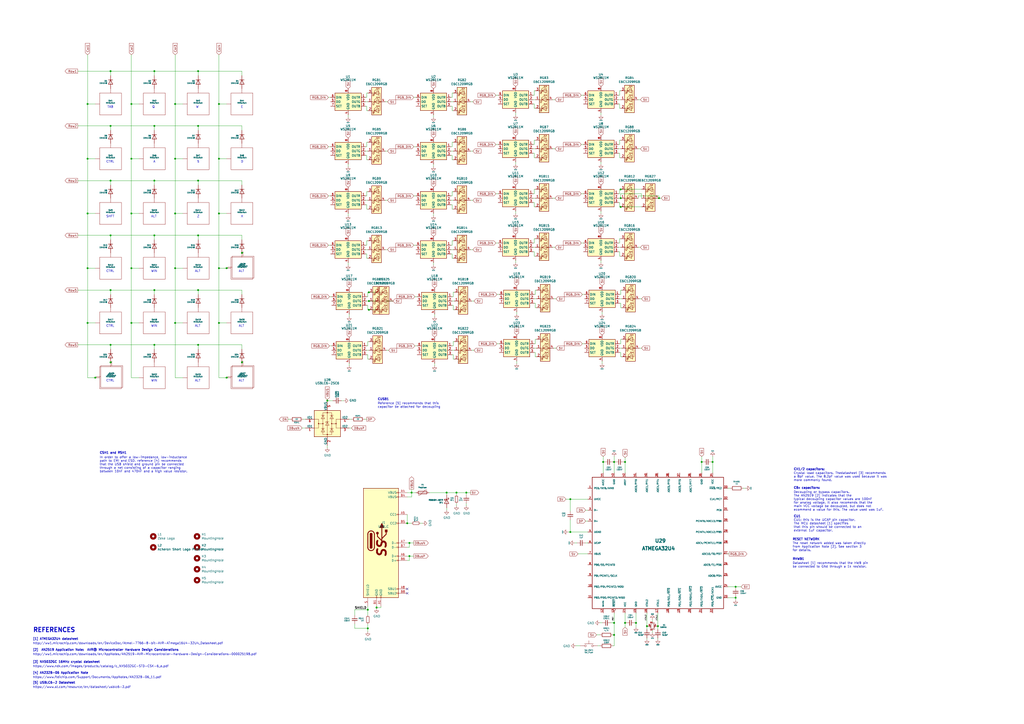
<source format=kicad_sch>
(kicad_sch (version 20230121) (generator eeschema)
  (paper "A2")
  (junction (at 114.935 200.025))
  (junction (at 140.335 146.685))
  (junction (at 101.6 123.825))
  (junction (at 64.135 104.775))
  (junction (at 89.535 104.775))
  (junction (at 213.995 174.625))
  (junction (at 76.2 92.075))
  (junction (at 362.585 267.97))
  (junction (at 89.535 41.275))
  (junction (at 330.835 308.61))
  (junction (at 131.445 155.575))
  (junction (at 101.6 92.075))
  (junction (at 356.235 361.315))
  (junction (at 114.935 104.775))
  (junction (at 89.535 200.025))
  (junction (at 407.035 267.97))
  (junction (at 238.76 285.75))
  (junction (at 330.835 289.56))
  (junction (at 114.935 168.275))
  (junction (at 237.49 322.58))
  (junction (at 236.22 303.53))
  (junction (at 189.865 232.41))
  (junction (at 426.72 346.71))
  (junction (at 76.2 155.575))
  (junction (at 64.135 73.025))
  (junction (at 64.135 210.185))
  (junction (at 50.8 187.325))
  (junction (at 413.385 267.97))
  (junction (at 270.51 285.75))
  (junction (at 64.135 41.275))
  (junction (at 64.135 168.275))
  (junction (at 114.935 73.025))
  (junction (at 50.8 60.325))
  (junction (at 237.49 314.96))
  (junction (at 127 60.325))
  (junction (at 127 123.825))
  (junction (at 101.6 187.325))
  (junction (at 50.8 92.075))
  (junction (at 368.935 361.315))
  (junction (at 76.2 60.325))
  (junction (at 76.2 187.325))
  (junction (at 218.44 352.425))
  (junction (at 55.245 219.075))
  (junction (at 127 92.075))
  (junction (at 356.235 368.3))
  (junction (at 127 187.325))
  (junction (at 360.045 120.015))
  (junction (at 127 155.575))
  (junction (at 213.995 179.705))
  (junction (at 356.235 267.97))
  (junction (at 50.8 155.575))
  (junction (at 131.445 219.075))
  (junction (at 89.535 168.275))
  (junction (at 349.885 267.97))
  (junction (at 360.045 109.855))
  (junction (at 213.36 353.695))
  (junction (at 362.585 361.315))
  (junction (at 76.2 123.825))
  (junction (at 64.135 136.525))
  (junction (at 381.635 363.22))
  (junction (at 114.935 136.525))
  (junction (at 114.935 41.275))
  (junction (at 50.8 123.825))
  (junction (at 213.36 364.49))
  (junction (at 89.535 136.525))
  (junction (at 382.27 114.935))
  (junction (at 426.72 340.36))
  (junction (at 264.795 285.75))
  (junction (at 360.045 114.935))
  (junction (at 140.335 210.185))
  (junction (at 64.135 200.025))
  (junction (at 375.285 363.22))
  (junction (at 101.6 155.575))
  (junction (at 101.6 60.325))
  (junction (at 89.535 73.025))
  (junction (at 213.995 169.545))
  (junction (at 259.08 285.75))
  (no_connect (at 236.22 344.17))
  (no_connect (at 236.22 341.63))
  (wire (pts (xy 64.135 168.275) (xy 45.085 168.275)))
  (wire (pts (xy 76.2 60.325) (xy 76.2 31.75)))
  (wire (pts (xy 202.565 243.205) (xy 203.835 243.205)))
  (wire (pts (xy 213.36 169.545) (xy 213.995 169.545)))
  (wire (pts (xy 190.5 85.09) (xy 191.77 85.09)))
  (wire (pts (xy 140.335 73.025) (xy 114.935 73.025)))
  (wire (pts (xy 309.88 81.28) (xy 309.88 83.82)))
  (wire (pts (xy 263.525 169.545) (xy 262.89 169.545)))
  (wire (pts (xy 224.79 59.055) (xy 223.52 59.055)))
  (wire (pts (xy 348.615 66.675) (xy 348.615 65.405)))
  (wire (pts (xy 359.41 81.28) (xy 359.41 83.82)))
  (wire (pts (xy 262.89 139.7) (xy 262.255 139.7)))
  (wire (pts (xy 368.935 355.6) (xy 368.935 361.315)))
  (wire (pts (xy 321.945 57.785) (xy 320.675 57.785)))
  (wire (pts (xy 360.045 86.36) (xy 358.775 86.36)))
  (wire (pts (xy 426.72 340.36) (xy 426.72 340.995)))
  (wire (pts (xy 310.515 57.785) (xy 309.245 57.785)))
  (wire (pts (xy 212.09 61.595) (xy 212.725 61.595)))
  (wire (pts (xy 114.935 75.565) (xy 114.935 73.025)))
  (wire (pts (xy 262.255 111.125) (xy 262.255 113.665)))
  (wire (pts (xy 224.79 116.205) (xy 223.52 116.205)))
  (wire (pts (xy 382.27 113.665) (xy 382.27 114.935)))
  (wire (pts (xy 213.36 59.055) (xy 212.09 59.055)))
  (wire (pts (xy 140.97 146.685) (xy 140.97 146.05)))
  (wire (pts (xy 262.255 92.71) (xy 262.89 92.71)))
  (wire (pts (xy 89.535 202.565) (xy 89.535 200.025)))
  (wire (pts (xy 64.135 200.025) (xy 45.085 200.025)))
  (wire (pts (xy 309.88 140.97) (xy 309.245 140.97)))
  (wire (pts (xy 426.72 346.71) (xy 426.72 346.075)))
  (wire (pts (xy 311.15 173.355) (xy 309.88 173.355)))
  (wire (pts (xy 106.045 219.075) (xy 101.6 219.075)))
  (wire (pts (xy 356.87 267.97) (xy 356.235 267.97)))
  (wire (pts (xy 264.795 287.02) (xy 264.795 285.75)))
  (wire (pts (xy 212.725 85.09) (xy 212.09 85.09)))
  (wire (pts (xy 360.045 52.705) (xy 359.41 52.705)))
  (wire (pts (xy 358.775 117.475) (xy 359.41 117.475)))
  (wire (pts (xy 310.515 138.43) (xy 309.88 138.43)))
  (wire (pts (xy 262.89 116.205) (xy 261.62 116.205)))
  (wire (pts (xy 310.515 109.855) (xy 309.88 109.855)))
  (wire (pts (xy 330.835 289.56) (xy 340.995 289.56)))
  (wire (pts (xy 89.535 75.565) (xy 89.535 73.025)))
  (wire (pts (xy 262.255 121.285) (xy 262.89 121.285)))
  (wire (pts (xy 55.245 60.325) (xy 50.8 60.325)))
  (wire (pts (xy 299.72 210.82) (xy 299.72 209.55)))
  (wire (pts (xy 131.445 123.825) (xy 127 123.825)))
  (wire (pts (xy 262.89 205.74) (xy 262.89 208.28)))
  (wire (pts (xy 309.88 148.59) (xy 310.515 148.59)))
  (wire (pts (xy 251.46 67.945) (xy 251.46 66.675)))
  (wire (pts (xy 252.095 212.09) (xy 252.095 210.82)))
  (wire (pts (xy 309.88 88.9) (xy 309.88 91.44)))
  (wire (pts (xy 375.285 363.22) (xy 375.285 365.125)))
  (wire (pts (xy 55.245 219.075) (xy 50.8 219.075)))
  (wire (pts (xy 80.645 187.325) (xy 76.2 187.325)))
  (wire (pts (xy 212.725 90.17) (xy 212.725 92.71)))
  (wire (pts (xy 131.445 187.325) (xy 127 187.325)))
  (wire (pts (xy 114.935 200.025) (xy 140.335 200.025)))
  (wire (pts (xy 225.425 203.2) (xy 224.155 203.2)))
  (wire (pts (xy 310.515 204.47) (xy 310.515 207.01)))
  (wire (pts (xy 236.22 325.12) (xy 237.49 325.12)))
  (wire (pts (xy 370.205 114.935) (xy 370.205 113.665)))
  (wire (pts (xy 309.88 175.895) (xy 310.515 175.895)))
  (wire (pts (xy 356.235 274.32) (xy 356.235 267.97)))
  (wire (pts (xy 310.515 86.36) (xy 309.245 86.36)))
  (wire (pts (xy 213.36 177.165) (xy 213.36 179.705)))
  (wire (pts (xy 329.565 308.61) (xy 330.835 308.61)))
  (wire (pts (xy 359.41 175.895) (xy 360.045 175.895)))
  (wire (pts (xy 212.725 64.135) (xy 213.36 64.135)))
  (wire (pts (xy 189.865 231.775) (xy 189.865 232.41)))
  (wire (pts (xy 309.88 62.865) (xy 310.515 62.865)))
  (wire (pts (xy 55.245 92.075) (xy 50.8 92.075)))
  (wire (pts (xy 240.665 172.085) (xy 241.935 172.085)))
  (wire (pts (xy 106.045 123.825) (xy 101.6 123.825)))
  (wire (pts (xy 212.725 53.975) (xy 212.725 56.515)))
  (wire (pts (xy 106.045 155.575) (xy 101.6 155.575)))
  (wire (pts (xy 359.41 62.865) (xy 360.045 62.865)))
  (wire (pts (xy 262.255 82.55) (xy 262.255 85.09)))
  (wire (pts (xy 349.25 210.82) (xy 349.25 209.55)))
  (wire (pts (xy 309.88 60.325) (xy 309.88 62.865)))
  (wire (pts (xy 368.935 363.855) (xy 368.935 361.315)))
  (wire (pts (xy 407.035 274.32) (xy 407.035 267.97)))
  (wire (pts (xy 310.515 143.51) (xy 309.245 143.51)))
  (wire (pts (xy 205.74 353.695) (xy 213.36 353.695)))
  (wire (pts (xy 55.245 219.075) (xy 55.88 219.075)))
  (wire (pts (xy 80.645 123.825) (xy 76.2 123.825)))
  (wire (pts (xy 127 60.325) (xy 127 31.75)))
  (wire (pts (xy 299.72 182.245) (xy 299.72 180.975)))
  (wire (pts (xy 245.11 303.53) (xy 243.84 303.53)))
  (wire (pts (xy 360.045 112.395) (xy 360.045 114.935)))
  (wire (pts (xy 413.385 264.795) (xy 413.385 267.97)))
  (wire (pts (xy 262.255 61.595) (xy 262.255 64.135)))
  (wire (pts (xy 236.22 285.75) (xy 238.76 285.75)))
  (wire (pts (xy 202.565 212.09) (xy 202.565 210.82)))
  (wire (pts (xy 89.535 139.065) (xy 89.535 136.525)))
  (wire (pts (xy 248.92 285.75) (xy 259.08 285.75)))
  (wire (pts (xy 191.135 200.66) (xy 192.405 200.66)))
  (wire (pts (xy 359.41 120.015) (xy 360.045 120.015)))
  (wire (pts (xy 262.89 111.125) (xy 262.255 111.125)))
  (wire (pts (xy 359.41 112.395) (xy 358.775 112.395)))
  (wire (pts (xy 189.865 232.41) (xy 189.865 233.045)))
  (wire (pts (xy 140.335 168.275) (xy 114.935 168.275)))
  (wire (pts (xy 64.135 202.565) (xy 64.135 200.025)))
  (wire (pts (xy 262.89 177.165) (xy 262.89 179.705)))
  (wire (pts (xy 356.235 267.97) (xy 355.6 267.97)))
  (wire (pts (xy 309.88 120.015) (xy 310.515 120.015)))
  (wire (pts (xy 309.88 55.245) (xy 309.245 55.245)))
  (wire (pts (xy 212.725 139.7) (xy 212.725 142.24)))
  (wire (pts (xy 335.28 321.31) (xy 340.995 321.31)))
  (wire (pts (xy 251.46 96.52) (xy 251.46 95.25)))
  (wire (pts (xy 140.335 146.685) (xy 140.97 146.685)))
  (wire (pts (xy 106.045 187.325) (xy 101.6 187.325)))
  (wire (pts (xy 237.49 314.96) (xy 240.03 314.96)))
  (wire (pts (xy 407.035 267.97) (xy 407.67 267.97)))
  (wire (pts (xy 55.245 155.575) (xy 50.8 155.575)))
  (wire (pts (xy 310.515 170.815) (xy 309.88 170.815)))
  (wire (pts (xy 76.2 155.575) (xy 76.2 187.325)))
  (wire (pts (xy 202.565 183.515) (xy 202.565 182.245)))
  (wire (pts (xy 356.235 368.3) (xy 356.235 374.65)))
  (wire (pts (xy 274.32 59.055) (xy 273.05 59.055)))
  (wire (pts (xy 310.515 52.705) (xy 309.88 52.705)))
  (wire (pts (xy 218.44 351.79) (xy 218.44 352.425)))
  (wire (pts (xy 50.8 60.325) (xy 50.8 31.75)))
  (wire (pts (xy 309.88 112.395) (xy 309.245 112.395)))
  (wire (pts (xy 311.15 168.275) (xy 310.515 168.275)))
  (wire (pts (xy 140.335 107.315) (xy 140.335 104.775)))
  (wire (pts (xy 76.2 123.825) (xy 76.2 155.575)))
  (wire (pts (xy 201.93 96.52) (xy 201.93 95.25)))
  (wire (pts (xy 348.615 95.25) (xy 348.615 93.98)))
  (wire (pts (xy 106.045 60.325) (xy 101.6 60.325)))
  (wire (pts (xy 262.89 200.66) (xy 262.255 200.66)))
  (wire (pts (xy 127 187.325) (xy 127 219.075)))
  (wire (pts (xy 262.255 147.32) (xy 262.255 149.86)))
  (wire (pts (xy 213.36 139.7) (xy 212.725 139.7)))
  (wire (pts (xy 346.71 374.65) (xy 347.98 374.65)))
  (wire (pts (xy 89.535 107.315) (xy 89.535 104.775)))
  (wire (pts (xy 360.045 199.39) (xy 359.41 199.39)))
  (wire (pts (xy 89.535 200.025) (xy 114.935 200.025)))
  (wire (pts (xy 262.89 82.55) (xy 262.255 82.55)))
  (wire (pts (xy 127 155.575) (xy 127 187.325)))
  (wire (pts (xy 274.955 203.2) (xy 273.685 203.2)))
  (wire (pts (xy 211.455 243.205) (xy 212.725 243.205)))
  (wire (pts (xy 349.25 361.315) (xy 347.98 361.315)))
  (wire (pts (xy 356.235 355.6) (xy 356.235 361.315)))
  (wire (pts (xy 55.245 187.325) (xy 50.8 187.325)))
  (wire (pts (xy 140.335 209.55) (xy 140.335 210.185)))
  (wire (pts (xy 262.255 118.745) (xy 262.255 121.285)))
  (wire (pts (xy 358.775 60.325) (xy 359.41 60.325)))
  (wire (pts (xy 50.8 187.325) (xy 50.8 155.575)))
  (wire (pts (xy 381.635 355.6) (xy 381.635 363.22)))
  (wire (pts (xy 64.135 136.525) (xy 45.085 136.525)))
  (wire (pts (xy 64.135 210.185) (xy 64.77 210.185)))
  (wire (pts (xy 309.245 117.475) (xy 309.88 117.475)))
  (wire (pts (xy 381.635 363.22) (xy 381.635 365.125)))
  (wire (pts (xy 356.235 361.315) (xy 356.235 368.3)))
  (wire (pts (xy 89.535 43.815) (xy 89.535 41.275)))
  (wire (pts (xy 359.41 109.855) (xy 359.41 112.395)))
  (wire (pts (xy 372.11 114.935) (xy 372.11 112.395)))
  (wire (pts (xy 212.725 118.745) (xy 212.725 121.285)))
  (wire (pts (xy 372.11 173.355) (xy 370.84 173.355)))
  (wire (pts (xy 328.295 289.56) (xy 330.835 289.56)))
  (wire (pts (xy 423.545 283.21) (xy 422.275 283.21)))
  (wire (pts (xy 334.01 374.65) (xy 336.55 374.65)))
  (wire (pts (xy 309.88 91.44) (xy 310.515 91.44)))
  (wire (pts (xy 309.88 52.705) (xy 309.88 55.245)))
  (wire (pts (xy 274.32 144.78) (xy 273.05 144.78)))
  (wire (pts (xy 131.445 155.575) (xy 127 155.575)))
  (wire (pts (xy 89.535 168.275) (xy 64.135 168.275)))
  (wire (pts (xy 80.645 92.075) (xy 76.2 92.075)))
  (wire (pts (xy 274.32 116.205) (xy 273.05 116.205)))
  (wire (pts (xy 359.41 148.59) (xy 360.045 148.59)))
  (wire (pts (xy 375.285 370.205) (xy 375.285 370.84)))
  (wire (pts (xy 212.725 111.125) (xy 212.725 113.665)))
  (wire (pts (xy 212.09 147.32) (xy 212.725 147.32)))
  (wire (pts (xy 240.665 200.66) (xy 241.935 200.66)))
  (wire (pts (xy 132.08 218.44) (xy 132.08 219.075)))
  (wire (pts (xy 64.135 170.815) (xy 64.135 168.275)))
  (wire (pts (xy 422.275 340.36) (xy 426.72 340.36)))
  (wire (pts (xy 114.935 139.065) (xy 114.935 136.525)))
  (wire (pts (xy 371.475 86.36) (xy 370.205 86.36)))
  (wire (pts (xy 213.36 87.63) (xy 212.09 87.63)))
  (wire (pts (xy 236.22 298.45) (xy 236.22 303.53)))
  (wire (pts (xy 212.725 149.86) (xy 213.36 149.86)))
  (wire (pts (xy 45.085 104.775) (xy 64.135 104.775)))
  (wire (pts (xy 375.92 363.22) (xy 375.285 363.22)))
  (wire (pts (xy 201.93 125.095) (xy 201.93 123.825)))
  (wire (pts (xy 309.245 146.05) (xy 309.88 146.05)))
  (wire (pts (xy 337.185 140.97) (xy 338.455 140.97)))
  (wire (pts (xy 212.725 205.74) (xy 213.36 205.74)))
  (wire (pts (xy 114.935 168.275) (xy 89.535 168.275)))
  (wire (pts (xy 362.585 355.6) (xy 362.585 361.315)))
  (wire (pts (xy 101.6 187.325) (xy 101.6 155.575)))
  (wire (pts (xy 432.435 283.21) (xy 431.165 283.21)))
  (wire (pts (xy 310.515 199.39) (xy 309.88 199.39)))
  (wire (pts (xy 262.89 208.28) (xy 263.525 208.28)))
  (wire (pts (xy 354.33 361.315) (xy 356.235 361.315)))
  (wire (pts (xy 370.205 113.665) (xy 382.27 113.665)))
  (wire (pts (xy 413.385 267.97) (xy 412.75 267.97)))
  (wire (pts (xy 309.88 204.47) (xy 310.515 204.47)))
  (wire (pts (xy 381 363.22) (xy 381.635 363.22)))
  (wire (pts (xy 64.135 139.065) (xy 64.135 136.525)))
  (wire (pts (xy 205.74 353.695) (xy 205.74 356.87)))
  (wire (pts (xy 140.335 136.525) (xy 114.935 136.525)))
  (wire (pts (xy 270.51 293.37) (xy 270.51 292.1)))
  (wire (pts (xy 321.945 86.36) (xy 320.675 86.36)))
  (wire (pts (xy 127 92.075) (xy 127 123.825)))
  (wire (pts (xy 189.865 259.715) (xy 189.865 258.445)))
  (wire (pts (xy 212.09 90.17) (xy 212.725 90.17)))
  (wire (pts (xy 261.62 61.595) (xy 262.255 61.595)))
  (wire (pts (xy 237.49 325.12) (xy 237.49 322.58)))
  (wire (pts (xy 349.885 264.795) (xy 349.885 267.97)))
  (wire (pts (xy 330.835 289.56) (xy 330.835 296.545)))
  (wire (pts (xy 356.235 368.3) (xy 355.6 368.3)))
  (wire (pts (xy 426.72 347.98) (xy 426.72 346.71)))
  (wire (pts (xy 322.58 201.93) (xy 321.31 201.93)))
  (wire (pts (xy 360.045 109.855) (xy 372.11 109.855)))
  (wire (pts (xy 322.58 173.355) (xy 321.31 173.355)))
  (wire (pts (xy 262.89 53.975) (xy 262.255 53.975)))
  (wire (pts (xy 311.15 201.93) (xy 309.88 201.93)))
  (wire (pts (xy 89.535 136.525) (xy 64.135 136.525)))
  (wire (pts (xy 213.995 169.545) (xy 217.805 169.545)))
  (wire (pts (xy 224.155 174.625) (xy 227.965 174.625)))
  (wire (pts (xy 252.095 183.515) (xy 252.095 182.245)))
  (wire (pts (xy 339.725 302.26) (xy 340.995 302.26)))
  (wire (pts (xy 359.41 60.325) (xy 359.41 62.865)))
  (wire (pts (xy 262.255 64.135) (xy 262.89 64.135)))
  (wire (pts (xy 201.93 67.945) (xy 201.93 66.675)))
  (wire (pts (xy 358.775 146.05) (xy 359.41 146.05)))
  (wire (pts (xy 251.46 125.095) (xy 251.46 123.825)))
  (wire (pts (xy 310.515 196.85) (xy 310.515 199.39)))
  (wire (pts (xy 263.525 198.12) (xy 262.89 198.12)))
  (wire (pts (xy 381.635 370.205) (xy 381.635 370.84)))
  (wire (pts (xy 89.535 104.775) (xy 114.935 104.775)))
  (wire (pts (xy 89.535 170.815) (xy 89.535 168.275)))
  (wire (pts (xy 212.725 92.71) (xy 213.36 92.71)))
  (wire (pts (xy 114.935 136.525) (xy 89.535 136.525)))
  (wire (pts (xy 140.335 41.275) (xy 114.935 41.275)))
  (wire (pts (xy 262.255 139.7) (xy 262.255 142.24)))
  (wire (pts (xy 101.6 123.825) (xy 101.6 92.075)))
  (wire (pts (xy 359.41 146.05) (xy 359.41 148.59)))
  (wire (pts (xy 270.51 285.75) (xy 270.51 287.02)))
  (wire (pts (xy 372.11 201.93) (xy 370.84 201.93)))
  (wire (pts (xy 213.36 351.79) (xy 213.36 353.695)))
  (wire (pts (xy 360.68 196.85) (xy 360.045 196.85)))
  (wire (pts (xy 359.41 52.705) (xy 359.41 55.245)))
  (wire (pts (xy 372.11 112.395) (xy 360.045 112.395)))
  (wire (pts (xy 264.795 285.75) (xy 270.51 285.75)))
  (wire (pts (xy 240.03 142.24) (xy 241.3 142.24)))
  (wire (pts (xy 360.045 175.895) (xy 360.045 178.435)))
  (wire (pts (xy 238.76 288.29) (xy 238.76 285.75)))
  (wire (pts (xy 360.045 109.855) (xy 359.41 109.855)))
  (wire (pts (xy 310.515 175.895) (xy 310.515 178.435)))
  (wire (pts (xy 261.62 147.32) (xy 262.255 147.32)))
  (wire (pts (xy 261.62 90.17) (xy 262.255 90.17)))
  (wire (pts (xy 309.88 146.05) (xy 309.88 148.59)))
  (wire (pts (xy 262.255 177.165) (xy 262.89 177.165)))
  (wire (pts (xy 114.935 73.025) (xy 89.535 73.025)))
  (wire (pts (xy 140.97 209.55) (xy 140.335 209.55)))
  (wire (pts (xy 218.44 352.425) (xy 220.98 352.425)))
  (wire (pts (xy 212.725 82.55) (xy 212.725 85.09)))
  (wire (pts (xy 140.335 104.775) (xy 114.935 104.775)))
  (wire (pts (xy 236.22 303.53) (xy 238.76 303.53)))
  (wire (pts (xy 218.44 352.425) (xy 218.44 353.06)))
  (wire (pts (xy 114.935 202.565) (xy 114.935 200.025)))
  (wire (pts (xy 238.76 283.845) (xy 238.76 285.75)))
  (wire (pts (xy 262.89 169.545) (xy 262.89 172.085)))
  (wire (pts (xy 213.36 172.085) (xy 212.725 172.085)))
  (wire (pts (xy 359.41 117.475) (xy 359.41 120.015)))
  (wire (pts (xy 360.68 201.93) (xy 359.41 201.93)))
  (wire (pts (xy 274.32 87.63) (xy 273.05 87.63)))
  (wire (pts (xy 80.645 219.075) (xy 76.2 219.075)))
  (wire (pts (xy 64.135 200.025) (xy 89.535 200.025)))
  (wire (pts (xy 224.79 87.63) (xy 223.52 87.63)))
  (wire (pts (xy 348.615 123.825) (xy 348.615 122.555)))
  (wire (pts (xy 237.49 322.58) (xy 240.03 322.58)))
  (wire (pts (xy 349.885 274.32) (xy 349.885 267.97)))
  (wire (pts (xy 321.945 143.51) (xy 320.675 143.51)))
  (wire (pts (xy 213.36 82.55) (xy 212.725 82.55)))
  (wire (pts (xy 360.045 207.01) (xy 360.68 207.01)))
  (wire (pts (xy 220.98 352.425) (xy 220.98 351.79)))
  (wire (pts (xy 259.08 285.75) (xy 264.795 285.75)))
  (wire (pts (xy 106.045 92.075) (xy 101.6 92.075)))
  (wire (pts (xy 358.775 88.9) (xy 359.41 88.9)))
  (wire (pts (xy 236.22 322.58) (xy 237.49 322.58)))
  (wire (pts (xy 299.085 95.25) (xy 299.085 93.98)))
  (wire (pts (xy 287.655 55.245) (xy 288.925 55.245)))
  (wire (pts (xy 360.045 178.435) (xy 360.68 178.435)))
  (wire (pts (xy 205.74 364.49) (xy 213.36 364.49)))
  (wire (pts (xy 262.89 59.055) (xy 261.62 59.055)))
  (wire (pts (xy 202.565 248.285) (xy 203.835 248.285)))
  (wire (pts (xy 101.6 155.575) (xy 101.6 123.825)))
  (wire (pts (xy 213.36 116.205) (xy 212.09 116.205)))
  (wire (pts (xy 368.935 361.315) (xy 368.3 361.315)))
  (wire (pts (xy 131.445 60.325) (xy 127 60.325)))
  (wire (pts (xy 132.08 154.94) (xy 132.08 155.575)))
  (wire (pts (xy 127 123.825) (xy 127 155.575)))
  (wire (pts (xy 360.045 138.43) (xy 359.41 138.43)))
  (wire (pts (xy 259.08 295.91) (xy 259.08 294.64)))
  (wire (pts (xy 262.255 56.515) (xy 261.62 56.515)))
  (wire (pts (xy 212.725 147.32) (xy 212.725 149.86)))
  (wire (pts (xy 346.075 368.3) (xy 347.98 368.3)))
  (wire (pts (xy 309.88 138.43) (xy 309.88 140.97)))
  (wire (pts (xy 378.46 360.68) (xy 378.46 359.41)))
  (wire (pts (xy 262.89 172.085) (xy 262.255 172.085)))
  (wire (pts (xy 360.045 143.51) (xy 358.775 143.51)))
  (wire (pts (xy 213.36 53.975) (xy 212.725 53.975)))
  (wire (pts (xy 360.045 57.785) (xy 358.775 57.785)))
  (wire (pts (xy 213.36 111.125) (xy 212.725 111.125)))
  (wire (pts (xy 132.08 155.575) (xy 131.445 155.575)))
  (wire (pts (xy 114.935 41.275) (xy 89.535 41.275)))
  (wire (pts (xy 262.255 53.975) (xy 262.255 56.515)))
  (wire (pts (xy 262.89 179.705) (xy 263.525 179.705)))
  (wire (pts (xy 80.645 60.325) (xy 76.2 60.325)))
  (wire (pts (xy 213.36 353.695) (xy 213.36 356.87)))
  (wire (pts (xy 236.22 314.96) (xy 237.49 314.96)))
  (wire (pts (xy 131.445 219.075) (xy 127 219.075)))
  (wire (pts (xy 261.62 118.745) (xy 262.255 118.745)))
  (wire (pts (xy 362.585 265.43) (xy 362.585 267.97)))
  (wire (pts (xy 383.54 114.935) (xy 382.27 114.935)))
  (wire (pts (xy 429.895 340.36) (xy 426.72 340.36)))
  (wire (pts (xy 127 92.075) (xy 127 60.325)))
  (wire (pts (xy 360.045 114.935) (xy 358.775 114.935)))
  (wire (pts (xy 212.725 142.24) (xy 212.09 142.24)))
  (wire (pts (xy 190.5 142.24) (xy 191.77 142.24)))
  (wire (pts (xy 360.045 120.015) (xy 372.11 120.015)))
  (wire (pts (xy 236.22 288.29) (xy 238.76 288.29)))
  (wire (pts (xy 64.135 73.025) (xy 45.085 73.025)))
  (wire (pts (xy 262.89 87.63) (xy 261.62 87.63)))
  (wire (pts (xy 50.8 123.825) (xy 50.8 92.075)))
  (wire (pts (xy 356.235 264.795) (xy 356.235 267.97)))
  (wire (pts (xy 262.255 113.665) (xy 261.62 113.665)))
  (wire (pts (xy 360.045 170.815) (xy 359.41 170.815)))
  (wire (pts (xy 213.36 200.66) (xy 212.725 200.66)))
  (wire (pts (xy 360.045 81.28) (xy 359.41 81.28)))
  (wire (pts (xy 309.88 83.82) (xy 309.245 83.82)))
  (wire (pts (xy 375.285 355.6) (xy 375.285 363.22)))
  (wire (pts (xy 309.245 88.9) (xy 309.88 88.9)))
  (wire (pts (xy 340.995 308.61) (xy 330.835 308.61)))
  (wire (pts (xy 213.36 198.12) (xy 213.36 200.66)))
  (wire (pts (xy 236.22 317.5) (xy 237.49 317.5)))
  (wire (pts (xy 321.945 114.935) (xy 320.675 114.935)))
  (wire (pts (xy 378.46 365.76) (xy 378.46 367.03)))
  (wire (pts (xy 201.93 153.67) (xy 201.93 152.4)))
  (wire (pts (xy 337.185 112.395) (xy 338.455 112.395)))
  (wire (pts (xy 356.235 374.65) (xy 355.6 374.65)))
  (wire (pts (xy 264.795 293.37) (xy 264.795 292.1)))
  (wire (pts (xy 288.29 170.815) (xy 289.56 170.815)))
  (wire (pts (xy 212.725 121.285) (xy 213.36 121.285)))
  (wire (pts (xy 360.045 196.85) (xy 360.045 199.39)))
  (wire (pts (xy 114.935 107.315) (xy 114.935 104.775)))
  (wire (pts (xy 360.045 204.47) (xy 360.045 207.01)))
  (wire (pts (xy 270.51 285.75) (xy 273.05 285.75)))
  (wire (pts (xy 337.185 55.245) (xy 338.455 55.245)))
  (wire (pts (xy 114.935 170.815) (xy 114.935 168.275)))
  (wire (pts (xy 140.335 43.815) (xy 140.335 41.275)))
  (wire (pts (xy 212.09 118.745) (xy 212.725 118.745)))
  (wire (pts (xy 359.41 55.245) (xy 358.775 55.245)))
  (wire (pts (xy 240.03 56.515) (xy 241.3 56.515)))
  (wire (pts (xy 359.41 140.97) (xy 358.775 140.97)))
  (wire (pts (xy 140.335 75.565) (xy 140.335 73.025)))
  (wire (pts (xy 337.82 199.39) (xy 339.09 199.39)))
  (wire (pts (xy 89.535 41.275) (xy 64.135 41.275)))
  (wire (pts (xy 360.045 168.275) (xy 360.045 170.815)))
  (wire (pts (xy 191.135 172.085) (xy 192.405 172.085)))
  (wire (pts (xy 359.41 204.47) (xy 360.045 204.47)))
  (wire (pts (xy 371.475 143.51) (xy 370.205 143.51)))
  (wire (pts (xy 167.005 243.205) (xy 168.275 243.205)))
  (wire (pts (xy 89.535 73.025) (xy 64.135 73.025)))
  (wire (pts (xy 274.955 174.625) (xy 273.685 174.625)))
  (wire (pts (xy 337.82 170.815) (xy 339.09 170.815)))
  (wire (pts (xy 64.135 104.775) (xy 89.535 104.775)))
  (wire (pts (xy 76.2 187.325) (xy 76.2 219.075)))
  (wire (pts (xy 76.2 92.075) (xy 76.2 60.325)))
  (wire (pts (xy 422.275 346.71) (xy 426.72 346.71)))
  (wire (pts (xy 238.76 285.75) (xy 241.3 285.75)))
  (wire (pts (xy 310.515 114.935) (xy 309.245 114.935)))
  (wire (pts (xy 407.035 264.795) (xy 407.035 267.97)))
  (wire (pts (xy 190.5 113.665) (xy 191.77 113.665)))
  (wire (pts (xy 337.185 83.82) (xy 338.455 83.82)))
  (wire (pts (xy 310.515 207.01) (xy 311.15 207.01)))
  (wire (pts (xy 205.74 361.95) (xy 205.74 364.49)))
  (wire (pts (xy 262.255 149.86) (xy 262.89 149.86)))
  (wire (pts (xy 213.995 203.2) (xy 212.725 203.2)))
  (wire (pts (xy 199.39 232.41) (xy 198.12 232.41)))
  (wire (pts (xy 213.36 205.74) (xy 213.36 208.28)))
  (wire (pts (xy 212.725 113.665) (xy 212.09 113.665)))
  (wire (pts (xy 131.445 92.075) (xy 127 92.075)))
  (wire (pts (xy 240.03 113.665) (xy 241.3 113.665)))
  (wire (pts (xy 64.135 41.275) (xy 45.085 41.275)))
  (wire (pts (xy 175.26 248.285) (xy 177.165 248.285)))
  (wire (pts (xy 262.89 198.12) (xy 262.89 200.66)))
  (wire (pts (xy 140.335 170.815) (xy 140.335 168.275)))
  (wire (pts (xy 299.085 152.4) (xy 299.085 151.13)))
  (wire (pts (xy 213.36 208.28) (xy 213.995 208.28)))
  (wire (pts (xy 262.255 205.74) (xy 262.89 205.74)))
  (wire (pts (xy 140.335 202.565) (xy 140.335 200.025)))
  (wire (pts (xy 348.615 152.4) (xy 348.615 151.13)))
  (wire (pts (xy 263.525 174.625) (xy 262.255 174.625)))
  (wire (pts (xy 310.515 178.435) (xy 311.15 178.435)))
  (wire (pts (xy 287.655 112.395) (xy 288.925 112.395)))
  (wire (pts (xy 101.6 92.075) (xy 101.6 60.325)))
  (wire (pts (xy 259.08 287.02) (xy 259.08 285.75)))
  (wire (pts (xy 237.49 317.5) (xy 237.49 314.96)))
  (wire (pts (xy 339.725 314.96) (xy 340.995 314.96)))
  (wire (pts (xy 76.2 92.075) (xy 76.2 123.825)))
  (wire (pts (xy 339.725 295.91) (xy 340.995 295.91)))
  (wire (pts (xy 422.91 321.31) (xy 422.275 321.31)))
  (wire (pts (xy 101.6 219.075) (xy 101.6 187.325)))
  (wire (pts (xy 240.03 85.09) (xy 241.3 85.09)))
  (wire (pts (xy 213.36 144.78) (xy 212.09 144.78)))
  (wire (pts (xy 132.08 219.075) (xy 131.445 219.075)))
  (wire (pts (xy 213.995 198.12) (xy 213.36 198.12)))
  (wire (pts (xy 287.655 83.82) (xy 288.925 83.82)))
  (wire (pts (xy 262.255 90.17) (xy 262.255 92.71)))
  (wire (pts (xy 299.085 123.825) (xy 299.085 122.555)))
  (wire (pts (xy 413.385 274.32) (xy 413.385 267.97)))
  (wire (pts (xy 50.8 92.075) (xy 50.8 60.325)))
  (wire (pts (xy 55.245 123.825) (xy 50.8 123.825)))
  (wire (pts (xy 311.15 196.85) (xy 310.515 196.85)))
  (wire (pts (xy 359.41 138.43) (xy 359.41 140.97)))
  (wire (pts (xy 359.41 88.9) (xy 359.41 91.44)))
  (wire (pts (xy 360.68 168.275) (xy 360.045 168.275)))
  (wire (pts (xy 50.8 219.075) (xy 50.8 187.325)))
  (wire (pts (xy 362.585 267.97) (xy 362.585 274.32)))
  (wire (pts (xy 262.255 85.09) (xy 261.62 85.09)))
  (wire (pts (xy 262.89 144.78) (xy 261.62 144.78)))
  (wire (pts (xy 80.645 155.575) (xy 76.2 155.575)))
  (wire (pts (xy 251.46 153.67) (xy 251.46 152.4)))
  (wire (pts (xy 309.88 117.475) (xy 309.88 120.015)))
  (wire (pts (xy 212.725 61.595) (xy 212.725 64.135)))
  (wire (pts (xy 213.36 169.545) (xy 213.36 172.085)))
  (wire (pts (xy 114.935 43.815) (xy 114.935 41.275)))
  (wire (pts (xy 349.885 267.97) (xy 350.52 267.97)))
  (wire (pts (xy 309.88 109.855) (xy 309.88 112.395)))
  (wire (pts (xy 309.245 60.325) (xy 309.88 60.325)))
  (wire (pts (xy 212.725 177.165) (xy 213.36 177.165)))
  (wire (pts (xy 212.725 56.515) (xy 212.09 56.515)))
  (wire (pts (xy 193.04 232.41) (xy 189.865 232.41)))
  (wire (pts (xy 213.995 179.705) (xy 217.805 179.705)))
  (wire (pts (xy 101.6 60.325) (xy 101.6 31.75)))
  (wire (pts (xy 175.895 243.205) (xy 177.165 243.205)))
  (wire (pts (xy 140.335 139.065) (xy 140.335 136.525)))
  (wire (pts (xy 263.525 203.2) (xy 262.255 203.2)))
  (wire (pts (xy 310.515 81.28) (xy 309.88 81.28)))
  (wire (pts (xy 310.515 168.275) (xy 310.515 170.815)))
  (wire (pts (xy 362.585 361.315) (xy 363.22 361.315)))
  (wire (pts (xy 262.255 142.24) (xy 261.62 142.24)))
  (wire (pts (xy 333.375 314.96) (xy 334.645 314.96)))
  (wire (pts (xy 50.8 155.575) (xy 50.8 123.825)))
  (wire (pts (xy 330.835 301.625) (xy 330.835 308.61)))
  (wire (pts (xy 213.36 364.49) (xy 213.36 366.395)))
  (wire (pts (xy 371.475 57.785) (xy 370.205 57.785)))
  (wire (pts (xy 55.88 219.075) (xy 55.88 218.44)))
  (wire (pts (xy 362.585 267.97) (xy 361.95 267.97)))
  (wire (pts (xy 213.995 174.625) (xy 217.805 174.625)))
  (wire (pts (xy 288.29 199.39) (xy 289.56 199.39)))
  (wire (pts (xy 349.25 182.245) (xy 349.25 180.975)))
  (wire (pts (xy 362.585 363.855) (xy 362.585 361.315)))
  (wire (pts (xy 64.135 43.815) (xy 64.135 41.275)))
  (wire (pts (xy 224.79 144.78) (xy 223.52 144.78)))
  (wire (pts (xy 212.725 174.625) (xy 213.995 174.625)))
  (wire (pts (xy 190.5 56.515) (xy 191.77 56.515)))
  (wire (pts (xy 359.41 91.44) (xy 360.045 91.44)))
  (wire (pts (xy 299.085 66.675) (xy 299.085 65.405)))
  (wire (pts (xy 64.135 107.315) (xy 64.135 104.775)))
  (wire (pts (xy 360.68 173.355) (xy 359.41 173.355)))
  (wire (pts (xy 213.36 179.705) (xy 213.995 179.705)))
  (wire (pts (xy 213.36 361.95) (xy 213.36 364.49)))
  (wire (pts (xy 287.655 140.97) (xy 288.925 140.97)))
  (wire (pts (xy 359.41 83.82) (xy 358.775 83.82)))
  (wire (pts (xy 64.135 75.565) (xy 64.135 73.025)))
  (wire (pts (xy 64.77 210.185) (xy 64.77 209.55)))
  (text "https://www.st.com/resource/en/datasheet/usblc6-2.pdf" (at 19.05 399.415 0) (effects (font (size 1.27 1.27)) (justify left bottom)))
  (text "ALT" (at 113.03 221.615 0) (effects (font (size 1.27 1.27)) (justify left bottom)))
  (text "http://ww1.microchip.com/downloads/en/AppNotes/AN2519-AVR-Microcontroller-Hardware-Design-Considerations-00002519B.pdf" (at 19.05 380.365 0) (effects (font (size 1.27 1.27)) (justify left bottom)))
  (text "CU1" (at 460.375 300.355 0) (effects (font (size 1.27 1.27) (thickness 0.254) bold) (justify left bottom)))
  (text "WIN" (at 87.63 158.115 0) (effects (font (size 1.27 1.27)) (justify left bottom)))
  (text "CTRL" (at 61.595 221.615 0) (effects (font (size 1.27 1.27)) (justify left bottom)))
  (text "CU1: this is the UCAP pin capacitor.\nThe MCU datasheet [1] specifies\nthat this pin should be connected to an\nexternal 1uF capacitor." (at 460.375 308.61 0) (effects (font (size 1.27 1.27)) (justify left bottom)))
  (text "WIN" (at 87.63 221.615 0) (effects (font (size 1.27 1.27)) (justify left bottom)))
  (text "WIN" (at 87.63 189.865 0) (effects (font (size 1.27 1.27)) (justify left bottom)))
  (text "In order to offer a low-impedance, low-inductance\npath to EMI and ESD, reference [4] recommends\nthat the USB shield and ground pin be connected\nthrough a net consisting of a capacitor ranging\nbetween 10nF and 470nF and a high value resistor." (at 57.785 274.32 0) (effects (font (size 1.27 1.27)) (justify left bottom)))
  (text "ALT" (at 87.63 126.365 0) (effects (font (size 1.27 1.27)) (justify left bottom)))
  (text "http://ww1.microchip.com/downloads/en/DeviceDoc/Atmel-7766-8-bit-AVR-ATmega16U4-32U4_Datasheet.pdf" (at 19.05 374.015 0) (effects (font (size 1.27 1.27)) (justify left bottom)))
  (text "D" (at 139.7 94.615 0) (effects (font (size 1.27 1.27)) (justify left bottom)))
  (text "[1] ATMEGA32U4 datasheet" (at 19.05 371.475 0) (effects (font (size 1.27 1.27) (thickness 0.254) bold) (justify left bottom)))
  (text "E" (at 139.7 62.865 0) (effects (font (size 1.27 1.27)) (justify left bottom)))
  (text "RHWB1" (at 459.74 325.12 0) (effects (font (size 1.27 1.27) (thickness 0.254) bold) (justify left bottom)))
  (text "CTRL" (at 61.595 189.865 0) (effects (font (size 1.27 1.27)) (justify left bottom)))
  (text "Z" (at 114.3 126.365 0) (effects (font (size 1.27 1.27)) (justify left bottom)))
  (text "ALT" (at 138.43 189.865 0) (effects (font (size 1.27 1.27)) (justify left bottom)))
  (text "The reset network added was taken directly\nfrom Application Note [2]. See section 3\nfor details." (at 459.74 320.04 0) (effects (font (size 1.27 1.27)) (justify left bottom)))
  (text "Decoupling or bypass capacitors.\nThe AN2519 [2] indicates that the\ntypical decoupling capacitor values are 100nF\nfor analog voltage. It also recomends that the\nmain VCC voltage be decoupled, but does not \necommend a value for this. The value used was 1uF." (at 460.375 296.545 0) (effects (font (size 1.27 1.27)) (justify left bottom)))
  (text "Crystal load capacitors. Thedatasheet [3] recommends\na 8pF value. The 8.2pF value was used because it was \nmore commonly found." (at 460.375 279.4 0) (effects (font (size 1.27 1.27)) (justify left bottom)))
  (text "CBx capacitors: " (at 460.375 283.845 0) (effects (font (size 1.27 1.27) (thickness 0.254) bold) (justify left bottom)))
  (text "CX1/2 capacitors:" (at 460.375 273.05 0) (effects (font (size 1.27 1.27) (thickness 0.254) bold) (justify left bottom)))
  (text "\n[4] AN232B-06 Application Note" (at 19.05 391.16 0) (effects (font (size 1.27 1.27) (thickness 0.254) bold) (justify left bottom)))
  (text "W" (at 113.665 62.865 0) (effects (font (size 1.27 1.27)) (justify left bottom)))
  (text "X" (at 139.7 126.365 0) (effects (font (size 1.27 1.27)) (justify left bottom)))
  (text "Datasheet [1] recommends that the HWB pin\nbe connected to GNd through a 1k resistor." (at 459.74 329.565 0) (effects (font (size 1.27 1.27)) (justify left bottom)))
  (text "CSH1 and RSH1" (at 57.785 263.525 0) (effects (font (size 1.27 1.27) (thickness 0.254) bold) (justify left bottom)))
  (text "Q" (at 88.265 62.865 0) (effects (font (size 1.27 1.27)) (justify left bottom)))
  (text "TAB" (at 62.23 62.865 0) (effects (font (size 1.27 1.27)) (justify left bottom)))
  (text "ALT" (at 138.43 158.115 0) (effects (font (size 1.27 1.27)) (justify left bottom)))
  (text "S" (at 114.3 94.615 0) (effects (font (size 1.27 1.27)) (justify left bottom)))
  (text "REFERENCES" (at 19.05 367.03 0) (effects (font (size 2.54 2.54) (thickness 0.508) bold) (justify left bottom)))
  (text "\n[3] NX5032GC 16MHz crystal datasheet" (at 19.05 384.81 0) (effects (font (size 1.27 1.27) (thickness 0.254) bold) (justify left bottom)))
  (text "ALT" (at 113.03 158.115 0) (effects (font (size 1.27 1.27)) (justify left bottom)))
  (text "ALT" (at 138.43 221.615 0) (effects (font (size 1.27 1.27)) (justify left bottom)))
  (text "CTRL" (at 61.595 94.615 0) (effects (font (size 1.27 1.27)) (justify left bottom)))
  (text "https://www.ndk.com/images/products/catalog/c_NX5032GC-STD-CSK-6_e.pdf" (at 19.05 387.35 0) (effects (font (size 1.27 1.27)) (justify left bottom)))
  (text "https://www.ftdichip.com/Support/Documents/AppNotes/AN232B-06_11.pdf" (at 19.05 393.7 0) (effects (font (size 1.27 1.27)) (justify left bottom)))
  (text "RESET NETWORK" (at 459.74 313.69 0) (effects (font (size 1.27 1.27) (thickness 0.254) bold) (justify left bottom)))
  (text "ALT" (at 113.03 189.865 0) (effects (font (size 1.27 1.27)) (justify left bottom)))
  (text "[5] USBLC6-2 Datasheet" (at 19.05 396.875 0) (effects (font (size 1.27 1.27) (thickness 0.254) bold) (justify left bottom)))
  (text "CTRL" (at 61.595 158.115 0) (effects (font (size 1.27 1.27)) (justify left bottom)))
  (text "Reference [5] recommends that this\ncapacitor be attached for decoupling" (at 219.075 236.855 0) (effects (font (size 1.27 1.27)) (justify left bottom)))
  (text "A" (at 88.9 94.615 0) (effects (font (size 1.27 1.27)) (justify left bottom)))
  (text "CUSB1" (at 219.075 232.41 0) (effects (font (size 1.27 1.27) (thickness 0.254) bold) (justify left bottom)))
  (text "SHFT" (at 61.595 126.365 0) (effects (font (size 1.27 1.27)) (justify left bottom)))
  (text "[2]  AN2519 Application Note:  AVR® Microcontroller Hardware Design Considerations" (at 19.05 377.825 0) (effects (font (size 1.27 1.27) (thickness 0.254) bold) (justify left bottom)))
  (label "RST" (at 356.235 360.045 90) (effects (font (size 0.762 0.762) (thickness 0.1524) bold italic)))
  (label "XTAL2" (at 375.285 360.045 90) (effects (font (size 0.762 0.762) (thickness 0.1524) bold italic)))
  (label "XTAL1" (at 381.635 360.045 90) (effects (font (size 0.762 0.762) (thickness 0.1524) bold italic)))
  (label "SHIELD" (at 205.74 353.695 0) (effects (font (thickness 0.254) bold)))
  (global_label "5V" (shape input) (at 224.79 144.78 0) (property "Intersheetrefs" "${INTERSHEET_REFS}" (effects hide)))
  (global_label "5V" (shape input) (at 201.93 108.585 90) (property "Intersheetrefs" "${INTERSHEET_REFS}" (effects hide)))
  (global_label "RGB_DIN" (shape input) (at 191.135 200.66 180) (property "Intersheetrefs" "${INTERSHEET_REFS}" (effects hide)))
  (global_label "Col4" (shape input) (at 127 31.75 90) (property "Intersheetrefs" "${INTERSHEET_REFS}" (effects hide)))
  (global_label "5V" (shape input) (at 371.475 143.51 0) (property "Intersheetrefs" "${INTERSHEET_REFS}" (effects hide)))
  (global_label "5V" (shape input) (at 252.095 167.005 90) (property "Intersheetrefs" "${INTERSHEET_REFS}" (effects hide)))
  (global_label "5V" (shape input) (at 348.615 50.165 90) (property "Intersheetrefs" "${INTERSHEET_REFS}" (effects hide)))
  (global_label "5V" (shape input) (at 252.095 195.58 90) (property "Intersheetrefs" "${INTERSHEET_REFS}" (effects hide)))
  (global_label "5V" (shape input) (at 274.32 87.63 0) (property "Intersheetrefs" "${INTERSHEET_REFS}" (effects hide)))
  (global_label "Col2" (shape input) (at 76.2 31.75 90) (property "Intersheetrefs" "${INTERSHEET_REFS}" (effects hide)))
  (global_label "5V" (shape output) (at 273.05 285.75 0) (property "Intersheetrefs" "${INTERSHEET_REFS}" (effects hide)))
  (global_label "5V" (shape input) (at 372.11 201.93 0) (property "Intersheetrefs" "${INTERSHEET_REFS}" (effects hide)))
  (global_label "5V" (shape input) (at 201.93 51.435 90) (property "Intersheetrefs" "${INTERSHEET_REFS}" (effects hide)))
  (global_label "RGB_DIN" (shape input) (at 337.185 83.82 180) (property "Intersheetrefs" "${INTERSHEET_REFS}" (effects hide)))
  (global_label "5V" (shape input) (at 322.58 201.93 0) (property "Intersheetrefs" "${INTERSHEET_REFS}" (effects hide)))
  (global_label "DBusN" (shape output) (at 240.03 314.96 0) (property "Intersheetrefs" "${INTERSHEET_REFS}" (effects hide)))
  (global_label "Row2" (shape output) (at 45.085 73.025 180) (property "Intersheetrefs" "${INTERSHEET_REFS}" (effects hide)))
  (global_label "RGB_DIN" (shape input) (at 288.29 170.815 180) (property "Intersheetrefs" "${INTERSHEET_REFS}" (effects hide)))
  (global_label "5V" (shape input) (at 407.035 264.795 90) (property "Intersheetrefs" "${INTERSHEET_REFS}" (effects hide)))
  (global_label "5V" (shape input) (at 225.425 203.2 0) (property "Intersheetrefs" "${INTERSHEET_REFS}" (effects hide)))
  (global_label "5V" (shape input) (at 274.32 116.205 0) (property "Intersheetrefs" "${INTERSHEET_REFS}" (effects hide)))
  (global_label "5V" (shape input) (at 274.955 174.625 0) (property "Intersheetrefs" "${INTERSHEET_REFS}" (effects hide)))
  (global_label "5V" (shape input) (at 371.475 57.785 0) (property "Intersheetrefs" "${INTERSHEET_REFS}" (effects hide)))
  (global_label "5V" (shape input) (at 349.885 264.795 90) (property "Intersheetrefs" "${INTERSHEET_REFS}" (effects hide)))
  (global_label "RGB_DIN" (shape output) (at 422.91 321.31 0) (property "Intersheetrefs" "${INTERSHEET_REFS}" (effects hide)))
  (global_label "5V" (shape input) (at 201.93 137.16 90) (property "Intersheetrefs" "${INTERSHEET_REFS}" (effects hide)))
  (global_label "DN" (shape output) (at 167.005 243.205 180) (property "Intersheetrefs" "${INTERSHEET_REFS}" (effects hide)))
  (global_label "RGB_DIN" (shape input) (at 240.665 200.66 180) (property "Intersheetrefs" "${INTERSHEET_REFS}" (effects hide)))
  (global_label "RGB_DIN" (shape input) (at 337.82 199.39 180) (property "Intersheetrefs" "${INTERSHEET_REFS}" (effects hide)))
  (global_label "RGB_DIN" (shape input) (at 190.5 56.515 180) (property "Intersheetrefs" "${INTERSHEET_REFS}" (effects hide)))
  (global_label "RGB_DIN" (shape input) (at 337.185 55.245 180) (property "Intersheetrefs" "${INTERSHEET_REFS}" (effects hide)))
  (global_label "5V" (shape input) (at 299.72 194.31 90) (property "Intersheetrefs" "${INTERSHEET_REFS}" (effects hide)))
  (global_label "5V" (shape input) (at 227.965 174.625 0) (property "Intersheetrefs" "${INTERSHEET_REFS}" (effects hide)))
  (global_label "RGB_DIN" (shape input) (at 287.655 140.97 180) (property "Intersheetrefs" "${INTERSHEET_REFS}" (effects hide)))
  (global_label "5V" (shape input) (at 201.93 80.01 90) (property "Intersheetrefs" "${INTERSHEET_REFS}" (effects hide)))
  (global_label "RGB_DIN" (shape input) (at 337.82 170.815 180) (property "Intersheetrefs" "${INTERSHEET_REFS}" (effects hide)))
  (global_label "5V" (shape input) (at 274.32 144.78 0) (property "Intersheetrefs" "${INTERSHEET_REFS}" (effects hide)))
  (global_label "DP" (shape input) (at 339.725 302.26 180) (property "Intersheetrefs" "${INTERSHEET_REFS}" (effects hide)))
  (global_label "Row5" (shape output) (at 45.085 200.025 180) (property "Intersheetrefs" "${INTERSHEET_REFS}" (effects hide)))
  (global_label "5V" (shape input) (at 299.72 165.735 90) (property "Intersheetrefs" "${INTERSHEET_REFS}" (effects hide)))
  (global_label "RGB_DIN" (shape input) (at 190.5 113.665 180) (property "Intersheetrefs" "${INTERSHEET_REFS}" (effects hide)))
  (global_label "5V" (shape input) (at 383.54 114.935 0) (property "Intersheetrefs" "${INTERSHEET_REFS}" (effects hide)))
  (global_label "5V" (shape input) (at 299.085 78.74 90) (property "Intersheetrefs" "${INTERSHEET_REFS}" (effects hide)))
  (global_label "Row4" (shape output) (at 45.085 136.525 180) (property "Intersheetrefs" "${INTERSHEET_REFS}" (effects hide)))
  (global_label "5V" (shape input) (at 224.79 87.63 0) (property "Intersheetrefs" "${INTERSHEET_REFS}" (effects hide)))
  (global_label "5V" (shape input) (at 328.295 289.56 180) (property "Intersheetrefs" "${INTERSHEET_REFS}" (effects hide)))
  (global_label "RGB_DIN" (shape input) (at 240.665 172.085 180) (property "Intersheetrefs" "${INTERSHEET_REFS}" (effects hide)))
  (global_label "5V" (shape input) (at 224.79 116.205 0) (property "Intersheetrefs" "${INTERSHEET_REFS}" (effects hide)))
  (global_label "RGB_DIN" (shape input) (at 191.135 172.085 180) (property "Intersheetrefs" "${INTERSHEET_REFS}" (effects hide)))
  (global_label "RGB_DIN" (shape input) (at 337.185 140.97 180) (property "Intersheetrefs" "${INTERSHEET_REFS}" (effects hide)))
  (global_label "5V" (shape input) (at 202.565 167.005 90) (property "Intersheetrefs" "${INTERSHEET_REFS}" (effects hide)))
  (global_label "5V" (shape input) (at 349.25 194.31 90) (property "Intersheetrefs" "${INTERSHEET_REFS}" (effects hide)))
  (global_label "5V" (shape input) (at 371.475 86.36 0) (property "Intersheetrefs" "${INTERSHEET_REFS}" (effects hide)))
  (global_label "RGB_DIN" (shape input) (at 190.5 85.09 180) (property "Intersheetrefs" "${INTERSHEET_REFS}" (effects hide)))
  (global_label "5V" (shape input) (at 299.085 135.89 90) (property "Intersheetrefs" "${INTERSHEET_REFS}" (effects hide)))
  (global_label "5V" (shape input) (at 274.955 203.2 0) (property "Intersheetrefs" "${INTERSHEET_REFS}" (effects hide)))
  (global_label "DN" (shape input) (at 339.725 295.91 180) (property "Intersheetrefs" "${INTERSHEET_REFS}" (effects hide)))
  (global_label "Col3" (shape input) (at 101.6 31.75 90) (property "Intersheetrefs" "${INTERSHEET_REFS}" (effects hide)))
  (global_label "5V" (shape input) (at 274.32 59.055 0) (property "Intersheetrefs" "${INTERSHEET_REFS}" (effects hide)))
  (global_label "RGB_DIN" (shape input) (at 287.655 55.245 180) (property "Intersheetrefs" "${INTERSHEET_REFS}" (effects hide)))
  (global_label "VBUS" (shape input) (at 189.865 231.775 90) (property "Intersheetrefs" "${INTERSHEET_REFS}" (effects hide)))
  (global_label "5V" (shape input) (at 299.085 50.165 90) (property "Intersheetrefs" "${INTERSHEET_REFS}" (effects hide)))
  (global_label "5V" (shape input) (at 322.58 173.355 0) (property "Intersheetrefs" "${INTERSHEET_REFS}" (effects hide)))
  (global_label "5V" (shape input) (at 362.585 265.43 90) (property "Intersheetrefs" "${INTERSHEET_REFS}" (effects hide)))
  (global_label "DBusN" (shape input) (at 175.26 248.285 180) (property "Intersheetrefs" "${INTERSHEET_REFS}" (effects hide)))
  (global_label "5V" (shape input) (at 321.945 86.36 0) (property "Intersheetrefs" "${INTERSHEET_REFS}" (effects hide)))
  (global_label "DBusP" (shape input) (at 203.835 248.285 0) (property "Intersheetrefs" "${INTERSHEET_REFS}" (effects hide)))
  (global_label "5V" (shape input) (at 335.28 321.31 180) (property "Intersheetrefs" "${INTERSHEET_REFS}" (effects hide)))
  (global_label "5V" (shape input) (at 251.46 51.435 90) (property "Intersheetrefs" "${INTERSHEET_REFS}" (effects hide)))
  (global_label "5V" (shape input) (at 362.585 363.855 270) (property "Intersheetrefs" "${INTERSHEET_REFS}" (effects hide)))
  (global_label "5V" (shape input) (at 251.46 80.01 90) (property "Intersheetrefs" "${INTERSHEET_REFS}" (effects hide)))
  (global_label "5V" (shape input) (at 321.945 143.51 0) (property "Intersheetrefs" "${INTERSHEET_REFS}" (effects hide)))
  (global_label "5V" (shape input) (at 251.46 108.585 90) (property "Intersheetrefs" "${INTERSHEET_REFS}" (effects hide)))
  (global_label "5V" (shape input) (at 251.46 137.16 90) (property "Intersheetrefs" "${INTERSHEET_REFS}" (effects hide)))
  (global_label "5V" (shape input) (at 349.25 165.735 90) (property "Intersheetrefs" "${INTERSHEET_REFS}" (effects hide)))
  (global_label "VBUS" (shape output) (at 238.76 283.845 90) (property "Intersheetrefs" "${INTERSHEET_REFS}" (effects hide)))
  (global_label "RGB_DIN" (shape input) (at 240.03 56.515 180) (property "Intersheetrefs" "${INTERSHEET_REFS}" (effects hide)))
  (global_label "5V" (shape input) (at 429.895 340.36 0) (property "Intersheetrefs" "${INTERSHEET_REFS}" (effects hide)))
  (global_label "RGB_DIN" (shape input) (at 240.03 113.665 180) (property "Intersheetrefs" "${INTERSHEET_REFS}" (effects hide)))
  (global_label "RGB_DIN" (shape input) (at 190.5 142.24 180) (property "Intersheetrefs" "${INTERSHEET_REFS}" (effects hide)))
  (global_label "Row5" (shape output) (at 45.085 168.275 180) (property "Intersheetrefs" "${INTERSHEET_REFS}" (effects hide)))
  (global_label "Row1" (shape output) (at 45.085 41.275 180) (property "Intersheetrefs" "${INTERSHEET_REFS}" (effects hide)))
  (global_label "RGB_DIN" (shape input) (at 240.03 85.09 180) (property "Intersheetrefs" "${INTERSHEET_REFS}" (effects hide)))
  (global_label "5V" (shape input) (at 224.79 59.055 0) (property "Intersheetrefs" "${INTERSHEET_REFS}" (effects hide)))
  (global_label "Row3" (shape output) (at 45.085 104.775 180) (property "Intersheetrefs" "${INTERSHEET_REFS}" (effects hide)))
  (global_label "5V" (shape input) (at 321.945 57.785 0) (property "Intersheetrefs" "${INTERSHEET_REFS}" (effects hide)))
  (global_label "RGB_DIN" (shape input) (at 287.655 83.82 180) (property "Intersheetrefs" "${INTERSHEET_REFS}" (effects hide)))
  (global_label "5V" (shape input) (at 372.11 173.355 0) (property "Intersheetrefs" "${INTERSHEET_REFS}" (effects hide)))
  (global_label "RGB_DIN" (shape input) (at 337.185 112.395 180) (property "Intersheetrefs" "${INTERSHEET_REFS}" (effects hide)))
  (global_label "5V" (shape input) (at 299.085 107.315 90) (property "Intersheetrefs" "${INTERSHEET_REFS}" (effects hide)))
  (global_label "RGB_DIN" (shape input) (at 288.29 199.39 180) (property "Intersheetrefs" "${INTERSHEET_REFS}" (effects hide)))
  (global_label "5V" (shape input) (at 348.615 78.74 90) (property "Intersheetrefs" "${INTERSHEET_REFS}" (effects hide)))
  (global_label "5V" (shape input) (at 348.615 107.315 90) (property "Intersheetrefs" "${INTERSHEET_REFS}" (effects hide)))
  (global_label "RGB_DIN" (shape input) (at 240.03 142.24 180) (property "Intersheetrefs" "${INTERSHEET_REFS}" (effects hide)))
  (global_label "5V" (shape input) (at 346.075 368.3 180) (property "Intersheetrefs" "${INTERSHEET_REFS}" (effects hide)))
  (global_label "5V" (shape input) (at 348.615 135.89 90) (property "Intersheetrefs" "${INTERSHEET_REFS}" (effects hide)))
  (global_label "RGB_DIN" (shape input) (at 287.655 112.395 180) (property "Intersheetrefs" "${INTERSHEET_REFS}" (effects hide)))
  (global_label "DBusP" (shape output) (at 240.03 322.58 0) (property "Intersheetrefs" "${INTERSHEET_REFS}" (effects hide)))
  (global_label "Col1" (shape input) (at 50.8 31.75 90) (property "Intersheetrefs" "${INTERSHEET_REFS}" (effects hide)))
  (global_label "DP" (shape output) (at 212.725 243.205 0) (property "Intersheetrefs" "${INTERSHEET_REFS}" (effects hide)))
  (global_label "5V" (shape input) (at 321.945 114.935 0) (property "Intersheetrefs" "${INTERSHEET_REFS}" (effects hide)))
  (global_label "5V" (shape input) (at 202.565 195.58 90) (property "Intersheetrefs" "${INTERSHEET_REFS}" (effects hide)))
  (symbol (lib_id "Device:D") (at 64.135 47.625 270) (unit 1)
    (property "Reference" "D1" (at 62.23 46.99 90) (effects (font (size 0.762 0.762)) (justify right)))
    (property "Value" "1N4148" (at 62.23 48.26 90) (effects (font (size 0.762 0.762)) (justify right)))
    (property "Footprint" "acheron_Components:D_SOD-123" (effects hide))
  )
  (symbol (lib_id "Device:C_Small") (at 330.835 299.085 180) (unit 1)
    (property "Reference" "CB1" (at 327.025 297.815 0) (effects (font (size 0.762 0.762))))
    (property "Value" "1uF" (at 327.025 299.085 0) (effects (font (size 0.762 0.762))))
    (property "Footprint" "Capacitor_SMD:C_0402_1005Metric" (effects hide))
  )
  (symbol (lib_id "Device:R") (at 172.085 243.205 270) (unit 1)
    (property "Reference" "RDM1" (at 172.085 245.11 90) (effects (font (size 0.762 0.762))))
    (property "Value" "22" (at 172.085 243.205 90) (effects (font (size 0.762 0.762))))
    (property "Footprint" "Resistor_SMD:R_0805_2012Metric" (effects hide))
  )
  (symbol (lib_id "zeke-rescue:MXSwitch-acheronSymbols") (at 64.135 60.325 0) (unit 1)
    (property "Reference" "SW1" (at 64.135 58.42 0) (effects (font (size 0.762 0.762))))
    (property "Value" "MXSwitch" (at 64.135 59.69 0) (effects (font (size 0.762 0.762))))
    (property "Footprint" "acheron_MX:MX100" (effects hide))
  )
  (symbol (lib_id "Device:D") (at 89.535 47.625 270) (unit 1)
    (property "Reference" "D2" (at 87.63 46.99 90) (effects (font (size 0.762 0.762)) (justify right)))
    (property "Value" "1N4148" (at 87.63 48.26 90) (effects (font (size 0.762 0.762)) (justify right)))
    (property "Footprint" "acheron_Components:D_SOD-123" (effects hide))
  )
  (symbol (lib_id "zeke-rescue:MXSwitch-acheronSymbols") (at 89.535 60.325 0) (unit 1)
    (property "Reference" "SW2" (at 89.535 58.42 0) (effects (font (size 0.762 0.762))))
    (property "Value" "MXSwitch" (at 89.535 59.69 0) (effects (font (size 0.762 0.762))))
    (property "Footprint" "acheron_MX:MX100" (effects hide))
  )
  (symbol (lib_id "Device:Crystal_GND24_Small") (at 378.46 363.22 180) (unit 1)
    (property "Reference" "X1" (at 386.08 362.585 0) (effects (font (size 0.762 0.762)) (justify left)))
    (property "Value" "16MHz" (at 386.715 363.855 0) (effects (font (size 0.762 0.762)) (justify left)))
    (property "Footprint" "Crystal:Crystal_SMD_2016-4Pin_2.0x1.6mm" (effects hide))
  )
  (symbol (lib_id "Device:C_Small") (at 381.635 367.665 0) (unit 1)
    (property "Reference" "CX2" (at 384.175 367.03 0) (effects (font (size 0.762 0.762)) (justify left)))
    (property "Value" "8.2pF" (at 384.175 368.3 0) (effects (font (size 0.762 0.762)) (justify left)))
    (property "Footprint" "Capacitor_SMD:C_0402_1005Metric" (effects hide))
  )
  (symbol (lib_id "Device:C_Small") (at 375.285 367.665 0) (unit 1)
    (property "Reference" "CX1" (at 370.205 367.03 0) (effects (font (size 0.762 0.762)) (justify left)))
    (property "Value" "8.2pF" (at 370.205 368.3 0) (effects (font (size 0.762 0.762)) (justify left)))
    (property "Footprint" "Capacitor_SMD:C_0402_1005Metric" (effects hide))
  )
  (symbol (lib_id "Device:D") (at 114.935 47.625 270) (unit 1)
    (property "Reference" "D3" (at 113.03 46.99 90) (effects (font (size 0.762 0.762)) (justify right)))
    (property "Value" "1N4148" (at 113.03 48.26 90) (effects (font (size 0.762 0.762)) (justify right)))
    (property "Footprint" "acheron_Components:D_SOD-123" (effects hide))
  )
  (symbol (lib_id "zeke-rescue:MXSwitch-acheronSymbols") (at 114.935 60.325 0) (unit 1)
    (property "Reference" "SW3" (at 114.935 58.42 0) (effects (font (size 0.762 0.762))))
    (property "Value" "MXSwitch" (at 114.935 59.69 0) (effects (font (size 0.762 0.762))))
    (property "Footprint" "acheron_MX:MX100" (effects hide))
  )
  (symbol (lib_id "Device:D") (at 140.335 47.625 270) (unit 1)
    (property "Reference" "D4" (at 138.43 46.99 90) (effects (font (size 0.762 0.762)) (justify right)))
    (property "Value" "1N4148" (at 138.43 48.26 90) (effects (font (size 0.762 0.762)) (justify right)))
    (property "Footprint" "acheron_Components:D_SOD-123" (effects hide))
  )
  (symbol (lib_id "zeke-rescue:MXSwitch-acheronSymbols") (at 140.335 60.325 0) (unit 1)
    (property "Reference" "SW4" (at 140.335 58.42 0) (effects (font (size 0.762 0.762))))
    (property "Value" "MXSwitch" (at 140.335 59.69 0) (effects (font (size 0.762 0.762))))
    (property "Footprint" "acheron_MX:MX100" (effects hide))
  )
  (symbol (lib_id "Device:C_Small") (at 353.06 267.97 90) (unit 1)
    (property "Reference" "CB2" (at 353.06 271.145 90) (effects (font (size 0.762 0.762))))
    (property "Value" "100nF" (at 353.06 272.415 90) (effects (font (size 0.762 0.762))))
    (property "Footprint" "Capacitor_SMD:C_0402_1005Metric" (effects hide))
  )
  (symbol (lib_id "Device:R") (at 207.645 243.205 270) (unit 1)
    (property "Reference" "RDP1" (at 207.645 241.3 90) (effects (font (size 0.762 0.762))))
    (property "Value" "22" (at 207.645 243.205 90) (effects (font (size 0.762 0.762))))
    (property "Footprint" "Resistor_SMD:R_0805_2012Metric" (effects hide))
  )
  (symbol (lib_id "Device:C_Small") (at 410.21 267.97 90) (unit 1)
    (property "Reference" "CB5" (at 410.21 271.145 90) (effects (font (size 0.762 0.762))))
    (property "Value" "100nF" (at 410.21 272.415 90) (effects (font (size 0.762 0.762))))
    (property "Footprint" "Capacitor_SMD:C_0402_1005Metric" (effects hide))
  )
  (symbol (lib_id "Device:C_Small") (at 426.72 343.535 0) (unit 1)
    (property "Reference" "CB6" (at 430.53 342.9 0) (effects (font (size 0.762 0.762))))
    (property "Value" "100nF" (at 431.165 344.17 0) (effects (font (size 0.762 0.762))))
    (property "Footprint" "Capacitor_SMD:C_0402_1005Metric" (effects hide))
  )
  (symbol (lib_id "Device:C_Small") (at 365.76 361.315 270) (unit 1)
    (property "Reference" "CB4" (at 365.76 356.87 90) (effects (font (size 0.762 0.762))))
    (property "Value" "100nF" (at 365.76 358.14 90) (effects (font (size 0.762 0.762))))
    (property "Footprint" "Capacitor_SMD:C_0402_1005Metric" (effects hide))
  )
  (symbol (lib_id "Mechanical:MountingHole") (at 88.9 311.15 0) (unit 1)
    (property "Reference" "L1" (at 91.44 309.9816 0) (effects (justify left)))
    (property "Value" "Zeke Logo" (at 91.44 312.293 0) (effects (justify left)))
    (property "Footprint" "zekeGraphics:zekeLogo" (effects hide))
  )
  (symbol (lib_id "Mechanical:MountingHole") (at 88.9 317.5 0) (unit 1)
    (property "Reference" "L2" (at 91.44 316.3316 0) (effects (justify left)))
    (property "Value" "Acheron Short Logo Plated" (at 91.44 318.643 0) (effects (justify left)))
    (property "Footprint" "acheron_Logos:acheronShort_0.3x0.5in_Plated" (effects hide))
  )
  (symbol (lib_id "Driver_LED:WS2811") (at 201.93 59.055 0) (unit 1)
    (property "Reference" "U1" (at 201.93 44.45 0))
    (property "Value" "WS2811M" (at 201.93 46.355 0))
    (property "Footprint" "acheron_Components:MSOP-8-1EP_3x3mm_P0.65mm_EP1.68x1.88mm" (effects hide))
    (property "Datasheet" "https://cdn-shop.adafruit.com/datasheets/WS2811.pdf" (effects hide))
  )
  (symbol (lib_id "Device:C_Small") (at 359.41 267.97 90) (unit 1)
    (property "Reference" "CB3" (at 359.41 271.145 90) (effects (font (size 0.762 0.762))))
    (property "Value" "100nF" (at 359.41 272.415 90) (effects (font (size 0.762 0.762))))
    (property "Footprint" "Capacitor_SMD:C_0402_1005Metric" (effects hide))
  )
  (symbol (lib_id "Device:C_Small") (at 337.185 314.96 270) (unit 1)
    (property "Reference" "CU1" (at 337.185 310.515 90) (effects (font (size 0.762 0.762))))
    (property "Value" "1uF" (at 337.185 311.785 90) (effects (font (size 0.762 0.762))))
    (property "Footprint" "Capacitor_SMD:C_0402_1005Metric" (effects hide))
  )
  (symbol (lib_id "power:GND") (at 201.93 67.945 0) (unit 1)
    (property "Reference" "#PWR0122" (effects hide))
    (property "Value" "GND" (at 201.93 71.12 0) (effects (font (size 0.508 0.508))))
  )
  (symbol (lib_id "Device:Polyfuse") (at 245.11 285.75 270) (unit 1)
    (property "Reference" "F1" (at 245.11 281.2288 90) (effects (font (size 0.762 0.762))))
    (property "Value" "Polyfuse" (at 245.11 282.7528 90) (effects (font (size 0.762 0.762))))
    (property "Footprint" "Fuse:Fuse_1206_3216Metric" (effects hide))
  )
  (symbol (lib_id "Device:C_Small") (at 351.79 361.315 90) (unit 1)
    (property "Reference" "CRST1" (at 351.79 358.775 90) (effects (font (size 0.762 0.762))))
    (property "Value" "100nF" (at 351.79 357.505 90) (effects (font (size 0.762 0.762))))
    (property "Footprint" "Capacitor_SMD:C_0402_1005Metric" (effects hide))
  )
  (symbol (lib_id "Device:R") (at 351.79 368.3 270) (unit 1)
    (property "Reference" "RRST1" (at 351.79 364.49 90) (effects (font (size 0.762 0.762))))
    (property "Value" "4.7k" (at 351.79 365.76 90) (effects (font (size 0.762 0.762))))
    (property "Footprint" "Resistor_SMD:R_0805_2012Metric" (effects hide))
  )
  (symbol (lib_id "Switch:SW_Push") (at 341.63 374.65 0) (unit 1)
    (property "Reference" "SW_RST1" (at 341.63 377.19 0) (effects (font (size 0.762 0.762))))
    (property "Value" "SW_Push" (at 341.63 378.46 0) (effects (font (size 0.762 0.762))))
    (property "Footprint" "acheron_Hardware:smdPushBtn" (effects hide))
  )
  (symbol (lib_id "zeke-rescue:MXSwitch-acheronSymbols") (at 140.335 155.575 0) (unit 1)
    (property "Reference" "SW16" (at 140.335 153.67 0) (effects (font (size 0.762 0.762))))
    (property "Value" "MXSwitch" (at 140.335 154.94 0) (effects (font (size 0.762 0.762))))
    (property "Footprint" "acheron_MX:MX100" (effects hide))
  )
  (symbol (lib_id "Device:D") (at 140.335 142.875 270) (unit 1)
    (property "Reference" "D16" (at 138.43 142.24 90) (effects (font (size 0.762 0.762)) (justify right)))
    (property "Value" "1N4148" (at 138.43 143.51 90) (effects (font (size 0.762 0.762)) (justify right)))
    (property "Footprint" "acheron_Components:D_SOD-123" (effects hide))
  )
  (symbol (lib_id "Mechanical:MountingHole") (at 114.3 311.15 0) (unit 1)
    (property "Reference" "H1" (at 116.84 309.9816 0) (effects (justify left)))
    (property "Value" "MountingHole" (at 116.84 312.293 0) (effects (justify left)))
    (property "Footprint" "acheron_MountingHoles:Mounting_Hole_2.5x04mm" (effects hide))
  )
  (symbol (lib_id "Mechanical:MountingHole") (at 114.3 317.5 0) (unit 1)
    (property "Reference" "H2" (at 116.84 316.3316 0) (effects (justify left)))
    (property "Value" "MountingHole" (at 116.84 318.643 0) (effects (justify left)))
    (property "Footprint" "acheron_MountingHoles:Mounting_Hole_2.5x04mm" (effects hide))
  )
  (symbol (lib_id "Mechanical:MountingHole") (at 114.3 323.85 0) (unit 1)
    (property "Reference" "H3" (at 116.84 322.6816 0) (effects (justify left)))
    (property "Value" "MountingHole" (at 116.84 324.993 0) (effects (justify left)))
    (property "Footprint" "acheron_MountingHoles:Mounting_Hole_2.5x04mm" (effects hide))
  )
  (symbol (lib_id "Mechanical:MountingHole") (at 114.3 330.2 0) (unit 1)
    (property "Reference" "H4" (at 116.84 329.0316 0) (effects (justify left)))
    (property "Value" "MountingHole" (at 116.84 331.343 0) (effects (justify left)))
    (property "Footprint" "acheron_MountingHoles:Mounting_Hole_2.5x04mm" (effects hide))
  )
  (symbol (lib_id "Mechanical:MountingHole") (at 114.3 336.55 0) (unit 1)
    (property "Reference" "H5" (at 116.84 335.3816 0) (effects (justify left)))
    (property "Value" "MountingHole" (at 116.84 337.693 0) (effects (justify left)))
    (property "Footprint" "acheron_MountingHoles:Mounting_Hole_Oval_2.5x8mm" (effects hide))
  )
  (symbol (lib_id "zeke-rescue:MXSwitch-acheronSymbols") (at 89.535 123.825 0) (unit 1)
    (property "Reference" "SW10" (at 89.535 121.92 0) (effects (font (size 0.762 0.762))))
    (property "Value" "MXSwitch" (at 89.535 123.19 0) (effects (font (size 0.762 0.762))))
    (property "Footprint" "acheron_MX:MX100" (effects hide))
  )
  (symbol (lib_id "Device:D") (at 89.535 111.125 270) (unit 1)
    (property "Reference" "D10" (at 87.63 110.49 90) (effects (font (size 0.762 0.762)) (justify right)))
    (property "Value" "1N4148" (at 87.63 111.76 90) (effects (font (size 0.762 0.762)) (justify right)))
    (property "Footprint" "acheron_Components:D_SOD-123" (effects hide))
  )
  (symbol (lib_id "zeke-rescue:MXSwitch-acheronSymbols") (at 114.935 219.075 0) (unit 1)
    (property "Reference" "SW23" (at 114.935 217.17 0) (effects (font (size 0.762 0.762))))
    (property "Value" "MXSwitch" (at 114.935 218.44 0) (effects (font (size 0.762 0.762))))
    (property "Footprint" "acheron_MX:MX100" (effects hide))
  )
  (symbol (lib_id "Device:D") (at 114.935 206.375 270) (unit 1)
    (property "Reference" "D23" (at 113.03 205.74 90) (effects (font (size 0.762 0.762)) (justify right)))
    (property "Value" "1N4148" (at 113.03 207.01 90) (effects (font (size 0.762 0.762)) (justify right)))
    (property "Footprint" "acheron_Components:D_SOD-123" (effects hide))
  )
  (symbol (lib_id "zeke-rescue:MXSwitch-acheronSymbols") (at 89.535 219.075 0) (unit 1)
    (property "Reference" "SW22" (at 89.535 217.17 0) (effects (font (size 0.762 0.762))))
    (property "Value" "MXSwitch" (at 89.535 218.44 0) (effects (font (size 0.762 0.762))))
    (property "Footprint" "acheron_MX:MX100" (effects hide))
  )
  (symbol (lib_id "Device:D") (at 89.535 206.375 270) (unit 1)
    (property "Reference" "D22" (at 87.63 205.74 90) (effects (font (size 0.762 0.762)) (justify right)))
    (property "Value" "1N4148" (at 87.63 207.01 90) (effects (font (size 0.762 0.762)) (justify right)))
    (property "Footprint" "acheron_Components:D_SOD-123" (effects hide))
  )
  (symbol (lib_id "zeke-rescue:MXSwitch-acheronSymbols") (at 64.135 219.075 0) (unit 1)
    (property "Reference" "SW21" (at 64.135 217.17 0) (effects (font (size 0.762 0.762))))
    (property "Value" "MXSwitch" (at 64.135 218.44 0) (effects (font (size 0.762 0.762))))
    (property "Footprint" "acheron_MX:MX100" (effects hide))
  )
  (symbol (lib_id "Device:D") (at 64.135 206.375 270) (unit 1)
    (property "Reference" "D21" (at 62.23 205.74 90) (effects (font (size 0.762 0.762)) (justify right)))
    (property "Value" "1N4148" (at 62.23 207.01 90) (effects (font (size 0.762 0.762)) (justify right)))
    (property "Footprint" "acheron_Components:D_SOD-123" (effects hide))
  )
  (symbol (lib_id "zeke-rescue:MXSwitch-acheronSymbols") (at 140.335 219.075 0) (unit 1)
    (property "Reference" "SW24" (at 140.335 217.17 0) (effects (font (size 0.762 0.762))))
    (property "Value" "MXSwitch" (at 140.335 218.44 0) (effects (font (size 0.762 0.762))))
    (property "Footprint" "acheron_MX:MX100" (effects hide))
  )
  (symbol (lib_id "Device:D") (at 140.335 206.375 270) (unit 1)
    (property "Reference" "D24" (at 138.43 205.74 90) (effects (font (size 0.762 0.762)) (justify right)))
    (property "Value" "1N4148" (at 138.43 207.01 90) (effects (font (size 0.762 0.762)) (justify right)))
    (property "Footprint" "acheron_Components:D_SOD-123" (effects hide))
  )
  (symbol (lib_id "Device:D") (at 64.135 79.375 270) (unit 1)
    (property "Reference" "D5" (at 62.23 78.74 90) (effects (font (size 0.762 0.762)) (justify right)))
    (property "Value" "1N4148" (at 62.23 80.01 90) (effects (font (size 0.762 0.762)) (justify right)))
    (property "Footprint" "acheron_Components:D_SOD-123" (effects hide))
  )
  (symbol (lib_id "zeke-rescue:MXSwitch-acheronSymbols") (at 64.135 92.075 0) (unit 1)
    (property "Reference" "SW5" (at 64.135 90.17 0) (effects (font (size 0.762 0.762))))
    (property "Value" "MXSwitch" (at 64.135 91.44 0) (effects (font (size 0.762 0.762))))
    (property "Footprint" "acheron_MX:MX100" (effects hide))
  )
  (symbol (lib_id "Device:D") (at 89.535 79.375 270) (unit 1)
    (property "Reference" "D6" (at 87.63 78.74 90) (effects (font (size 0.762 0.762)) (justify right)))
    (property "Value" "1N4148" (at 87.63 80.01 90) (effects (font (size 0.762 0.762)) (justify right)))
    (property "Footprint" "acheron_Components:D_SOD-123" (effects hide))
  )
  (symbol (lib_id "zeke-rescue:MXSwitch-acheronSymbols") (at 89.535 92.075 0) (unit 1)
    (property "Reference" "SW6" (at 89.535 90.17 0) (effects (font (size 0.762 0.762))))
    (property "Value" "MXSwitch" (at 89.535 91.44 0) (effects (font (size 0.762 0.762))))
    (property "Footprint" "acheron_MX:MX100" (effects hide))
  )
  (symbol (lib_id "Device:D") (at 114.935 79.375 270) (unit 1)
    (property "Reference" "D7" (at 113.03 78.74 90) (effects (font (size 0.762 0.762)) (justify right)))
    (property "Value" "1N4148" (at 113.03 80.01 90) (effects (font (size 0.762 0.762)) (justify right)))
    (property "Footprint" "acheron_Components:D_SOD-123" (effects hide))
  )
  (symbol (lib_id "zeke-rescue:MXSwitch-acheronSymbols") (at 114.935 92.075 0) (unit 1)
    (property "Reference" "SW7" (at 114.935 90.17 0) (effects (font (size 0.762 0.762))))
    (property "Value" "MXSwitch" (at 114.935 91.44 0) (effects (font (size 0.762 0.762))))
    (property "Footprint" "acheron_MX:MX100" (effects hide))
  )
  (symbol (lib_id "Device:D") (at 140.335 79.375 270) (unit 1)
    (property "Reference" "D8" (at 138.43 78.74 90) (effects (font (size 0.762 0.762)) (justify right)))
    (property "Value" "1N4148" (at 138.43 80.01 90) (effects (font (size 0.762 0.762)) (justify right)))
    (property "Footprint" "acheron_Components:D_SOD-123" (effects hide))
  )
  (symbol (lib_id "zeke-rescue:MXSwitch-acheronSymbols") (at 140.335 92.075 0) (unit 1)
    (property "Reference" "SW8" (at 140.335 90.17 0) (effects (font (size 0.762 0.762))))
    (property "Value" "MXSwitch" (at 140.335 91.44 0) (effects (font (size 0.762 0.762))))
    (property "Footprint" "acheron_MX:MX100" (effects hide))
  )
  (symbol (lib_id "Device:R") (at 351.79 374.65 90) (unit 1)
    (property "Reference" "RRST2" (at 351.79 371.475 90) (effects (font (size 0.762 0.762))))
    (property "Value" "330R" (at 351.79 372.745 90) (effects (font (size 0.762 0.762))))
    (property "Footprint" "Resistor_SMD:R_0805_2012Metric" (effects hide))
  )
  (symbol (lib_id "zeke-rescue:MXSwitch-acheronSymbols") (at 114.935 187.325 0) (unit 1)
    (property "Reference" "SW19" (at 114.935 185.42 0) (effects (font (size 0.762 0.762))))
    (property "Value" "MXSwitch" (at 114.935 186.69 0) (effects (font (size 0.762 0.762))))
    (property "Footprint" "acheron_MX:MX100" (effects hide))
  )
  (symbol (lib_id "Device:D") (at 114.935 174.625 270) (unit 1)
    (property "Reference" "D19" (at 113.03 173.99 90) (effects (font (size 0.762 0.762)) (justify right)))
    (property "Value" "1N4148" (at 113.03 175.26 90) (effects (font (size 0.762 0.762)) (justify right)))
    (property "Footprint" "acheron_Components:D_SOD-123" (effects hide))
  )
  (symbol (lib_id "zeke-rescue:MXSwitch-acheronSymbols") (at 89.535 187.325 0) (unit 1)
    (property "Reference" "SW18" (at 89.535 185.42 0) (effects (font (size 0.762 0.762))))
    (property "Value" "MXSwitch" (at 89.535 186.69 0) (effects (font (size 0.762 0.762))))
    (property "Footprint" "acheron_MX:MX100" (effects hide))
  )
  (symbol (lib_id "Device:D") (at 89.535 174.625 270) (unit 1)
    (property "Reference" "D18" (at 87.63 173.99 90) (effects (font (size 0.762 0.762)) (justify right)))
    (property "Value" "1N4148" (at 87.63 175.26 90) (effects (font (size 0.762 0.762)) (justify right)))
    (property "Footprint" "acheron_Components:D_SOD-123" (effects hide))
  )
  (symbol (lib_id "zeke-rescue:MXSwitch-acheronSymbols") (at 64.135 187.325 0) (unit 1)
    (property "Reference" "SW17" (at 64.135 185.42 0) (effects (font (size 0.762 0.762))))
    (property "Value" "MXSwitch" (at 64.135 186.69 0) (effects (font (size 0.762 0.762))))
    (property "Footprint" "acheron_MX:MX100" (effects hide))
  )
  (symbol (lib_id "Device:D") (at 64.135 174.625 270) (unit 1)
    (property "Reference" "D17" (at 62.23 173.99 90) (effects (font (size 0.762 0.762)) (justify right)))
    (property "Value" "1N4148" (at 62.23 175.26 90) (effects (font (size 0.762 0.762)) (justify right)))
    (property "Footprint" "acheron_Components:D_SOD-123" (effects hide))
  )
  (symbol (lib_id "zeke-rescue:MXSwitch-acheronSymbols") (at 140.335 187.325 0) (unit 1)
    (property "Reference" "SW20" (at 140.335 185.42 0) (effects (font (size 0.762 0.762))))
    (property "Value" "MXSwitch" (at 140.335 186.69 0) (effects (font (size 0.762 0.762))))
    (property "Footprint" "acheron_MX:MX100" (effects hide))
  )
  (symbol (lib_id "Device:D") (at 140.335 174.625 270) (unit 1)
    (property "Reference" "D20" (at 138.43 173.99 90) (effects (font (size 0.762 0.762)) (justify right)))
    (property "Value" "1N4148" (at 138.43 175.26 90) (effects (font (size 0.762 0.762)) (justify right)))
    (property "Footprint" "acheron_Components:D_SOD-123" (effects hide))
  )
  (symbol (lib_id "zeke-rescue:MXSwitch-acheronSymbols") (at 140.97 218.44 0) (unit 1)
    (property "Reference" "SW27" (at 140.97 216.535 0) (effects (font (size 0.762 0.762))))
    (property "Value" "MXSwitch" (at 140.97 217.805 0) (effects (font (size 0.762 0.762))))
    (property "Footprint" "acheron_MX:MX200" (effects hide))
  )
  (symbol (lib_id "zeke-rescue:MXSwitch-acheronSymbols") (at 140.97 154.94 0) (unit 1)
    (property "Reference" "SW26" (at 140.97 153.035 0) (effects (font (size 0.762 0.762))))
    (property "Value" "MXSwitch" (at 140.97 154.305 0) (effects (font (size 0.762 0.762))))
    (property "Footprint" "acheron_MX:MX200" (effects hide))
  )
  (symbol (lib_id "zeke-rescue:MXSwitch-acheronSymbols") (at 64.77 218.44 0) (unit 1)
    (property "Reference" "SW25" (at 64.77 216.535 0) (effects (font (size 0.762 0.762))))
    (property "Value" "MXSwitch" (at 64.77 217.805 0) (effects (font (size 0.762 0.762))))
    (property "Footprint" "acheron_MX:MX200R" (effects hide))
  )
  (symbol (lib_id "Driver_LED:WS2811") (at 348.615 114.935 0) (unit 1)
    (property "Reference" "U12" (at 348.615 100.33 0))
    (property "Value" "WS2811M" (at 348.615 102.235 0))
    (property "Footprint" "acheron_Components:MSOP-8-1EP_3x3mm_P0.65mm_EP1.68x1.88mm" (effects hide))
    (property "Datasheet" "https://cdn-shop.adafruit.com/datasheets/WS2811.pdf" (effects hide))
  )
  (symbol (lib_id "zeke-rescue:LED_GBRA-acheronSymbols") (at 365.125 114.935 0) (unit 1)
    (property "Reference" "RGB12" (at 365.125 102.3112 0))
    (property "Value" "E6C1209RGB" (at 365.125 104.6226 0))
    (property "Footprint" "acheron_Components:E6C1209RGB" (effects hide))
  )
  (symbol (lib_id "power:GND") (at 348.615 123.825 0) (unit 1)
    (property "Reference" "#PWR0123" (effects hide))
    (property "Value" "GND" (at 348.615 127 0) (effects (font (size 0.508 0.508))))
  )
  (symbol (lib_id "zeke-rescue:LED_GBRA-acheronSymbols") (at 218.44 59.055 0) (unit 1)
    (property "Reference" "RGB1" (at 218.44 46.4312 0))
    (property "Value" "E6C1209RGB" (at 218.44 48.7426 0))
    (property "Footprint" "acheron_Components:E6C1209RGB" (effects hide))
  )
  (symbol (lib_id "Device:D") (at 64.135 111.125 270) (unit 1)
    (property "Reference" "D9" (at 62.23 110.49 90) (effects (font (size 0.762 0.762)) (justify right)))
    (property "Value" "1N4148" (at 62.23 111.76 90) (effects (font (size 0.762 0.762)) (justify right)))
    (property "Footprint" "acheron_Components:D_SOD-123" (effects hide))
  )
  (symbol (lib_id "zeke-rescue:MXSwitch-acheronSymbols") (at 64.135 123.825 0) (unit 1)
    (property "Reference" "SW9" (at 64.135 121.92 0) (effects (font (size 0.762 0.762))))
    (property "Value" "MXSwitch" (at 64.135 123.19 0) (effects (font (size 0.762 0.762))))
    (property "Footprint" "acheron_MX:MX100" (effects hide))
  )
  (symbol (lib_id "Device:D") (at 114.935 111.125 270) (unit 1)
    (property "Reference" "D11" (at 113.03 110.49 90) (effects (font (size 0.762 0.762)) (justify right)))
    (property "Value" "1N4148" (at 113.03 111.76 90) (effects (font (size 0.762 0.762)) (justify right)))
    (property "Footprint" "acheron_Components:D_SOD-123" (effects hide))
  )
  (symbol (lib_id "zeke-rescue:MXSwitch-acheronSymbols") (at 114.935 123.825 0) (unit 1)
    (property "Reference" "SW11" (at 114.935 121.92 0) (effects (font (size 0.762 0.762))))
    (property "Value" "MXSwitch" (at 114.935 123.19 0) (effects (font (size 0.762 0.762))))
    (property "Footprint" "acheron_MX:MX100" (effects hide))
  )
  (symbol (lib_id "Device:D") (at 140.335 111.125 270) (unit 1)
    (property "Reference" "D12" (at 138.43 110.49 90) (effects (font (size 0.762 0.762)) (justify right)))
    (property "Value" "1N4148" (at 138.43 111.76 90) (effects (font (size 0.762 0.762)) (justify right)))
    (property "Footprint" "acheron_Components:D_SOD-123" (effects hide))
  )
  (symbol (lib_id "zeke-rescue:MXSwitch-acheronSymbols") (at 140.335 123.825 0) (unit 1)
    (property "Reference" "SW12" (at 140.335 121.92 0) (effects (font (size 0.762 0.762))))
    (property "Value" "MXSwitch" (at 140.335 123.19 0) (effects (font (size 0.762 0.762))))
    (property "Footprint" "acheron_MX:MX100" (effects hide))
  )
  (symbol (lib_id "zeke-rescue:LED_GBRA-acheronSymbols") (at 377.19 114.935 0) (unit 1)
    (property "Reference" "RGB27" (at 377.19 102.3112 0))
    (property "Value" "E6C1209RGB" (at 377.19 104.6226 0))
    (property "Footprint" "acheron_Components:E6C1209RGB" (effects hide))
  )
  (symbol (lib_id "Device:R_Small") (at 241.3 303.53 90) (unit 1)
    (property "Reference" "RCC1" (at 240.665 300.99 0) (effects (font (size 0.762 0.762))))
    (property "Value" "5.1k" (at 241.935 300.99 0) (effects (font (size 0.762 0.762))))
    (property "Footprint" "acheron_Components:R_SMD_1026" (effects hide))
  )
  (symbol (lib_id "power:GND") (at 245.11 303.53 90) (unit 1)
    (property "Reference" "#PWR0121" (effects hide))
    (property "Value" "GND" (at 249.5042 303.403 0))
  )
  (symbol (lib_id "Device:D") (at 64.135 142.875 270) (unit 1)
    (property "Reference" "D13" (at 62.23 142.24 90) (effects (font (size 0.762 0.762)) (justify right)))
    (property "Value" "1N4148" (at 62.23 143.51 90) (effects (font (size 0.762 0.762)) (justify right)))
    (property "Footprint" "acheron_Components:D_SOD-123" (effects hide))
  )
  (symbol (lib_id "zeke-rescue:MXSwitch-acheronSymbols") (at 64.135 155.575 0) (unit 1)
    (property "Reference" "SW13" (at 64.135 153.67 0) (effects (font (size 0.762 0.762))))
    (property "Value" "MXSwitch" (at 64.135 154.94 0) (effects (font (size 0.762 0.762))))
    (property "Footprint" "acheron_MX:MX100" (effects hide))
  )
  (symbol (lib_id "Device:D") (at 89.535 142.875 270) (unit 1)
    (property "Reference" "D14" (at 87.63 142.24 90) (effects (font (size 0.762 0.762)) (justify right)))
    (property "Value" "1N4148" (at 87.63 143.51 90) (effects (font (size 0.762 0.762)) (justify right)))
    (property "Footprint" "acheron_Components:D_SOD-123" (effects hide))
  )
  (symbol (lib_id "zeke-rescue:MXSwitch-acheronSymbols") (at 89.535 155.575 0) (unit 1)
    (property "Reference" "SW14" (at 89.535 153.67 0) (effects (font (size 0.762 0.762))))
    (property "Value" "MXSwitch" (at 89.535 154.94 0) (effects (font (size 0.762 0.762))))
    (property "Footprint" "acheron_MX:MX100" (effects hide))
  )
  (symbol (lib_id "Device:D") (at 114.935 142.875 270) (unit 1)
    (property "Reference" "D15" (at 113.03 142.24 90) (effects (font (size 0.762 0.762)) (justify right)))
    (property "Value" "1N4148" (at 113.03 143.51 90) (effects (font (size 0.762 0.762)) (justify right)))
    (property "Footprint" "acheron_Components:D_SOD-123" (effects hide))
  )
  (symbol (lib_id "zeke-rescue:MXSwitch-acheronSymbols") (at 114.935 155.575 0) (unit 1)
    (property "Reference" "SW15" (at 114.935 153.67 0) (effects (font (size 0.762 0.762))))
    (property "Value" "MXSwitch" (at 114.935 154.94 0) (effects (font (size 0.762 0.762))))
    (property "Footprint" "acheron_MX:MX100" (effects hide))
  )
  (symbol (lib_id "Driver_LED:WS2811") (at 251.46 59.055 0) (unit 1)
    (property "Reference" "U2" (at 251.46 44.45 0))
    (property "Value" "WS2811M" (at 251.46 46.355 0))
    (property "Footprint" "acheron_Components:MSOP-8-1EP_3x3mm_P0.65mm_EP1.68x1.88mm" (effects hide))
    (property "Datasheet" "https://cdn-shop.adafruit.com/datasheets/WS2811.pdf" (effects hide))
  )
  (symbol (lib_id "zeke-rescue:LED_GBRA-acheronSymbols") (at 267.97 59.055 0) (unit 1)
    (property "Reference" "RGB2" (at 267.97 46.4312 0))
    (property "Value" "E6C1209RGB" (at 267.97 48.7426 0))
    (property "Footprint" "acheron_Components:E6C1209RGB" (effects hide))
  )
  (symbol (lib_id "power:GND") (at 251.46 67.945 0) (unit 1)
    (property "Reference" "#PWR01" (effects hide))
    (property "Value" "GND" (at 251.46 71.12 0) (effects (font (size 0.508 0.508))))
  )
  (symbol (lib_id "zeke-rescue:ATMEGA32U4-acheronSymbols") (at 381.635 314.96 0) (unit 1)
    (property "Reference" "U29" (at 379.73 313.69 0) (effects (font (size 2.0066 2.0066) bold) (justify left)))
    (property "Value" "ATMEGA32U4" (at 372.11 318.135 0) (effects (font (size 2.0066 2.0066) bold) (justify left)))
    (property "Footprint" "acheron_Components:QFN-44-1EP_7x7mm_P0.5mm_EP5.2x5.2mm" (effects hide))
  )
  (symbol (lib_id "Driver_LED:WS2811") (at 299.085 57.785 0) (unit 1)
    (property "Reference" "U3" (at 299.085 43.18 0))
    (property "Value" "WS2811M" (at 299.085 45.085 0))
    (property "Footprint" "acheron_Components:MSOP-8-1EP_3x3mm_P0.65mm_EP1.68x1.88mm" (effects hide))
    (property "Datasheet" "https://cdn-shop.adafruit.com/datasheets/WS2811.pdf" (effects hide))
  )
  (symbol (lib_id "zeke-rescue:LED_GBRA-acheronSymbols") (at 315.595 57.785 0) (unit 1)
    (property "Reference" "RGB3" (at 315.595 45.1612 0))
    (property "Value" "E6C1209RGB" (at 315.595 47.4726 0))
    (property "Footprint" "acheron_Components:E6C1209RGB" (effects hide))
  )
  (symbol (lib_id "power:GND") (at 299.085 66.675 0) (unit 1)
    (property "Reference" "#PWR02" (effects hide))
    (property "Value" "GND" (at 299.085 69.85 0) (effects (font (size 0.508 0.508))))
  )
  (symbol (lib_id "Driver_LED:WS2811") (at 348.615 57.785 0) (unit 1)
    (property "Reference" "U4" (at 348.615 43.18 0))
    (property "Value" "WS2811M" (at 348.615 45.085 0))
    (property "Footprint" "acheron_Components:MSOP-8-1EP_3x3mm_P0.65mm_EP1.68x1.88mm" (effects hide))
    (property "Datasheet" "https://cdn-shop.adafruit.com/datasheets/WS2811.pdf" (effects hide))
  )
  (symbol (lib_id "zeke-rescue:LED_GBRA-acheronSymbols") (at 365.125 57.785 0) (unit 1)
    (property "Reference" "RGB4" (at 365.125 45.1612 0))
    (property "Value" "E6C1209RGB" (at 365.125 47.4726 0))
    (property "Footprint" "acheron_Components:E6C1209RGB" (effects hide))
  )
  (symbol (lib_id "power:GND") (at 348.615 66.675 0) (unit 1)
    (property "Reference" "#PWR03" (effects hide))
    (property "Value" "GND" (at 348.615 69.85 0) (effects (font (size 0.508 0.508))))
  )
  (symbol (lib_id "zeke-rescue:USBLC6-2SC6-Power_Protection") (at 189.865 245.745 0) (unit 1)
    (property "Reference" "U28" (at 189.865 220.345 0))
    (property "Value" "USBLC6-2SC6" (at 189.865 222.25 0))
    (property "Footprint" "acheron_Components:SOT-23-6" (effects hide))
    (property "Datasheet" "http://www2.st.com/resource/en/datasheet/CD00050750.pdf" (effects hide))
  )
  (symbol (lib_id "Driver_LED:WS2811") (at 201.93 87.63 0) (unit 1)
    (property "Reference" "U5" (at 201.93 73.025 0))
    (property "Value" "WS2811M" (at 201.93 74.93 0))
    (property "Footprint" "acheron_Components:MSOP-8-1EP_3x3mm_P0.65mm_EP1.68x1.88mm" (effects hide))
    (property "Datasheet" "https://cdn-shop.adafruit.com/datasheets/WS2811.pdf" (effects hide))
  )
  (symbol (lib_id "zeke-rescue:LED_GBRA-acheronSymbols") (at 218.44 87.63 0) (unit 1)
    (property "Reference" "RGB5" (at 218.44 75.0062 0))
    (property "Value" "E6C1209RGB" (at 218.44 77.3176 0))
    (property "Footprint" "acheron_Components:E6C1209RGB" (effects hide))
  )
  (symbol (lib_id "power:GND") (at 201.93 96.52 0) (unit 1)
    (property "Reference" "#PWR04" (effects hide))
    (property "Value" "GND" (at 201.93 99.695 0) (effects (font (size 0.508 0.508))))
  )
  (symbol (lib_id "Driver_LED:WS2811") (at 251.46 87.63 0) (unit 1)
    (property "Reference" "U6" (at 251.46 73.025 0))
    (property "Value" "WS2811M" (at 251.46 74.93 0))
    (property "Footprint" "acheron_Components:MSOP-8-1EP_3x3mm_P0.65mm_EP1.68x1.88mm" (effects hide))
    (property "Datasheet" "https://cdn-shop.adafruit.com/datasheets/WS2811.pdf" (effects hide))
  )
  (symbol (lib_id "power:GND") (at 251.46 96.52 0) (unit 1)
    (property "Reference" "#PWR05" (effects hide))
    (property "Value" "GND" (at 251.46 99.695 0) (effects (font (size 0.508 0.508))))
  )
  (symbol (lib_id "Driver_LED:WS2811") (at 299.085 86.36 0) (unit 1)
    (property "Reference" "U7" (at 299.085 71.755 0))
    (property "Value" "WS2811M" (at 299.085 73.66 0))
    (property "Footprint" "acheron_Components:MSOP-8-1EP_3x3mm_P0.65mm_EP1.68x1.88mm" (effects hide))
    (property "Datasheet" "https://cdn-shop.adafruit.com/datasheets/WS2811.pdf" (effects hide))
  )
  (symbol (lib_id "zeke-rescue:LED_GBRA-acheronSymbols") (at 315.595 86.36 0) (unit 1)
    (property "Reference" "RGB7" (at 315.595 73.7362 0))
    (property "Value" "E6C1209RGB" (at 315.595 76.0476 0))
    (property "Footprint" "acheron_Components:E6C1209RGB" (effects hide))
  )
  (symbol (lib_id "power:GND") (at 299.085 95.25 0) (unit 1)
    (property "Reference" "#PWR06" (effects hide))
    (property "Value" "GND" (at 299.085 98.425 0) (effects (font (size 0.508 0.508))))
  )
  (symbol (lib_id "Driver_LED:WS2811") (at 348.615 86.36 0) (unit 1)
    (property "Reference" "U8" (at 348.615 71.755 0))
    (property "Value" "WS2811M" (at 348.615 73.66 0))
    (property "Footprint" "acheron_Components:MSOP-8-1EP_3x3mm_P0.65mm_EP1.68x1.88mm" (effects hide))
    (property "Datasheet" "https://cdn-shop.adafruit.com/datasheets/WS2811.pdf" (effects hide))
  )
  (symbol (lib_id "zeke-rescue:LED_GBRA-acheronSymbols") (at 365.125 86.36 0) (unit 1)
    (property "Reference" "RGB8" (at 365.125 73.7362 0))
    (property "Value" "E6C1209RGB" (at 365.125 76.0476 0))
    (property "Footprint" "acheron_Components:E6C1209RGB" (effects hide))
  )
  (symbol (lib_id "power:GND") (at 348.615 95.25 0) (unit 1)
    (property "Reference" "#PWR07" (effects hide))
    (property "Value" "GND" (at 348.615 98.425 0) (effects (font (size 0.508 0.508))))
  )
  (symbol (lib_id "zeke-rescue:LED_GBRA-acheronSymbols") (at 267.97 87.63 0) (unit 1)
    (property "Reference" "RGB6" (at 267.97 75.0062 0))
    (property "Value" "E6C1209RGB" (at 267.97 77.3176 0))
    (property "Footprint" "acheron_Components:E6C1209RGB" (effects hide))
  )
  (symbol (lib_id "Driver_LED:WS2811") (at 201.93 116.205 0) (unit 1)
    (property "Reference" "U9" (at 201.93 101.6 0))
    (property "Value" "WS2811M" (at 201.93 103.505 0))
    (property "Footprint" "acheron_Components:MSOP-8-1EP_3x3mm_P0.65mm_EP1.68x1.88mm" (effects hide))
    (property "Datasheet" "https://cdn-shop.adafruit.com/datasheets/WS2811.pdf" (effects hide))
  )
  (symbol (lib_id "zeke-rescue:LED_GBRA-acheronSymbols") (at 218.44 116.205 0) (unit 1)
    (property "Reference" "RGB9" (at 218.44 103.5812 0))
    (property "Value" "E6C1209RGB" (at 218.44 105.8926 0))
    (property "Footprint" "acheron_Components:E6C1209RGB" (effects hide))
  )
  (symbol (lib_id "power:GND") (at 201.93 125.095 0) (unit 1)
    (property "Reference" "#PWR08" (effects hide))
    (property "Value" "GND" (at 201.93 128.27 0) (effects (font (size 0.508 0.508))))
  )
  (symbol (lib_id "Driver_LED:WS2811") (at 251.46 116.205 0) (unit 1)
    (property "Reference" "U10" (at 251.46 101.6 0))
    (property "Value" "WS2811M" (at 251.46 103.505 0))
    (property "Footprint" "acheron_Components:MSOP-8-1EP_3x3mm_P0.65mm_EP1.68x1.88mm" (effects hide))
    (property "Datasheet" "https://cdn-shop.adafruit.com/datasheets/WS2811.pdf" (effects hide))
  )
  (symbol (lib_id "power:GND") (at 251.46 125.095 0) (unit 1)
    (property "Reference" "#PWR012" (effects hide))
    (property "Value" "GND" (at 251.46 128.27 0) (effects (font (size 0.508 0.508))))
  )
  (symbol (lib_id "Driver_LED:WS2811") (at 299.085 114.935 0) (unit 1)
    (property "Reference" "U11" (at 299.085 100.33 0))
    (property "Value" "WS2811M" (at 299.085 102.235 0))
    (property "Footprint" "acheron_Components:MSOP-8-1EP_3x3mm_P0.65mm_EP1.68x1.88mm" (effects hide))
    (property "Datasheet" "https://cdn-shop.adafruit.com/datasheets/WS2811.pdf" (effects hide))
  )
  (symbol (lib_id "zeke-rescue:LED_GBRA-acheronSymbols") (at 315.595 114.935 0) (unit 1)
    (property "Reference" "RGB11" (at 315.595 102.3112 0))
    (property "Value" "E6C1209RGB" (at 315.595 104.6226 0))
    (property "Footprint" "acheron_Components:E6C1209RGB" (effects hide))
  )
  (symbol (lib_id "power:GND") (at 299.085 123.825 0) (unit 1)
    (property "Reference" "#PWR016" (effects hide))
    (property "Value" "GND" (at 299.085 127 0) (effects (font (size 0.508 0.508))))
  )
  (symbol (lib_id "zeke-rescue:LED_GBRA-acheronSymbols") (at 267.97 116.205 0) (unit 1)
    (property "Reference" "RGB10" (at 267.97 103.5812 0))
    (property "Value" "E6C1209RGB" (at 267.97 105.8926 0))
    (property "Footprint" "acheron_Components:E6C1209RGB" (effects hide))
  )
  (symbol (lib_id "Device:R_Small") (at 213.36 359.41 180) (unit 1)
    (property "Reference" "RSH1" (at 209.55 358.775 0) (effects (font (size 0.762 0.762))))
    (property "Value" "1M" (at 210.185 360.045 0) (effects (font (size 0.762 0.762))))
    (property "Footprint" "acheron_Components:R_SMD_1026" (effects hide))
  )
  (symbol (lib_id "Device:C_Small") (at 205.74 359.41 0) (unit 1)
    (property "Reference" "CSH1" (at 201.295 358.775 0) (effects (font (size 0.762 0.762))))
    (property "Value" "100nF" (at 201.295 360.045 0) (effects (font (size 0.762 0.762))))
    (property "Footprint" "Capacitor_SMD:C_0805_2012Metric_Pad1.15x1.40mm_HandSolder" (effects hide))
  )
  (symbol (lib_id "Device:D_Schottky") (at 259.08 290.83 270) (unit 1)
    (property "Reference" "DF1" (at 257.0734 291.592 90) (effects (font (size 0.762 0.762)) (justify right)))
    (property "Value" "RB060M-60TR" (at 257.0734 290.068 90) (effects (font (size 0.762 0.762)) (justify right)))
    (property "Footprint" "acheron_Components:D_SOD-123" (effects hide))
  )
  (symbol (lib_id "Device:C_Small") (at 270.51 289.56 180) (unit 1)
    (property "Reference" "CF1" (at 267.335 290.195 0) (effects (font (size 0.762 0.762))))
    (property "Value" "1u" (at 267.335 288.925 0) (effects (font (size 0.762 0.762))))
    (property "Footprint" "Capacitor_SMD:C_0805_2012Metric_Pad1.15x1.40mm_HandSolder" (effects hide))
  )
  (symbol (lib_id "Driver_LED:WS2811") (at 201.93 144.78 0) (unit 1)
    (property "Reference" "U13" (at 201.93 130.175 0))
    (property "Value" "WS2811M" (at 201.93 132.08 0))
    (property "Footprint" "acheron_Components:MSOP-8-1EP_3x3mm_P0.65mm_EP1.68x1.88mm" (effects hide))
    (property "Datasheet" "https://cdn-shop.adafruit.com/datasheets/WS2811.pdf" (effects hide))
  )
  (symbol (lib_id "zeke-rescue:LED_GBRA-acheronSymbols") (at 218.44 144.78 0) (unit 1)
    (property "Reference" "RGB13" (at 218.44 132.1562 0))
    (property "Value" "E6C1209RGB" (at 218.44 134.4676 0))
    (property "Footprint" "acheron_Components:E6C1209RGB" (effects hide))
  )
  (symbol (lib_id "power:GND") (at 201.93 153.67 0) (unit 1)
    (property "Reference" "#PWR09" (effects hide))
    (property "Value" "GND" (at 201.93 156.845 0) (effects (font (size 0.508 0.508))))
  )
  (symbol (lib_id "Driver_LED:WS2811") (at 251.46 144.78 0) (unit 1)
    (property "Reference" "U14" (at 251.46 130.175 0))
    (property "Value" "WS2811M" (at 251.46 132.08 0))
    (property "Footprint" "acheron_Components:MSOP-8-1EP_3x3mm_P0.65mm_EP1.68x1.88mm" (effects hide))
    (property "Datasheet" "https://cdn-shop.adafruit.com/datasheets/WS2811.pdf" (effects hide))
  )
  (symbol (lib_id "power:GND") (at 251.46 153.67 0) (unit 1)
    (property "Reference" "#PWR010" (effects hide))
    (property "Value" "GND" (at 251.46 156.845 0) (effects (font (size 0.508 0.508))))
  )
  (symbol (lib_id "Driver_LED:WS2811") (at 299.085 143.51 0) (unit 1)
    (property "Reference" "U15" (at 299.085 128.905 0))
    (property "Value" "WS2811M" (at 299.085 130.81 0))
    (property "Footprint" "acheron_Components:MSOP-8-1EP_3x3mm_P0.65mm_EP1.68x1.88mm" (effects hide))
    (property "Datasheet" "https://cdn-shop.adafruit.com/datasheets/WS2811.pdf" (effects hide))
  )
  (symbol (lib_id "zeke-rescue:LED_GBRA-acheronSymbols") (at 315.595 143.51 0) (unit 1)
    (property "Reference" "RGB15" (at 315.595 130.8862 0))
    (property "Value" "E6C1209RGB" (at 315.595 133.1976 0))
    (property "Footprint" "acheron_Components:E6C1209RGB" (effects hide))
  )
  (symbol (lib_id "power:GND") (at 299.085 152.4 0) (unit 1)
    (property "Reference" "#PWR011" (effects hide))
    (property "Value" "GND" (at 299.085 155.575 0) (effects (font (size 0.508 0.508))))
  )
  (symbol (lib_id "Driver_LED:WS2811") (at 348.615 143.51 0) (unit 1)
    (property "Reference" "U16" (at 348.615 128.905 0))
    (property "Value" "WS2811M" (at 348.615 130.81 0))
    (property "Footprint" "acheron_Components:MSOP-8-1EP_3x3mm_P0.65mm_EP1.68x1.88mm" (effects hide))
    (property "Datasheet" "https://cdn-shop.adafruit.com/datasheets/WS2811.pdf" (effects hide))
  )
  (symbol (lib_id "zeke-rescue:LED_GBRA-acheronSymbols") (at 365.125 143.51 0) (unit 1)
    (property "Reference" "RGB16" (at 365.125 130.8862 0))
    (property "Value" "E6C1209RGB" (at 365.125 133.1976 0))
    (property "Footprint" "acheron_Components:E6C1209RGB" (effects hide))
  )
  (symbol (lib_id "power:GND") (at 348.615 152.4 0) (unit 1)
    (property "Reference" "#PWR013" (effects hide))
    (property "Value" "GND" (at 348.615 155.575 0) (effects (font (size 0.508 0.508))))
  )
  (symbol (lib_id "zeke-rescue:LED_GBRA-acheronSymbols") (at 267.97 144.78 0) (unit 1)
    (property "Reference" "RGB14" (at 267.97 132.1562 0))
    (property "Value" "E6C1209RGB" (at 267.97 134.4676 0))
    (property "Footprint" "acheron_Components:E6C1209RGB" (effects hide))
  )
  (symbol (lib_id "Driver_LED:WS2811") (at 202.565 174.625 0) (unit 1)
    (property "Reference" "U17" (at 202.565 160.02 0))
    (property "Value" "WS2811M" (at 202.565 161.925 0))
    (property "Footprint" "acheron_Components:MSOP-8-1EP_3x3mm_P0.65mm_EP1.68x1.88mm" (effects hide))
    (property "Datasheet" "https://cdn-shop.adafruit.com/datasheets/WS2811.pdf" (effects hide))
  )
  (symbol (lib_id "zeke-rescue:LED_GBRA-acheronSymbols") (at 219.075 174.625 0) (unit 1)
    (property "Reference" "RGB17" (at 219.075 162.0012 0))
    (property "Value" "E6C1209RGB" (at 219.075 164.3126 0))
    (property "Footprint" "acheron_Components:E6C1209RGB" (effects hide))
  )
  (symbol (lib_id "power:GND") (at 202.565 183.515 0) (unit 1)
    (property "Reference" "#PWR014" (effects hide))
    (property "Value" "GND" (at 202.565 186.69 0) (effects (font (size 0.508 0.508))))
  )
  (symbol (lib_id "Driver_LED:WS2811") (at 252.095 174.625 0) (unit 1)
    (property "Reference" "U18" (at 252.095 160.02 0))
    (property "Value" "WS2811M" (at 252.095 161.925 0))
    (property "Footprint" "acheron_Components:MSOP-8-1EP_3x3mm_P0.65mm_EP1.68x1.88mm" (effects hide))
    (property "Datasheet" "https://cdn-shop.adafruit.com/datasheets/WS2811.pdf" (effects hide))
  )
  (symbol (lib_id "power:GND") (at 252.095 183.515 0) (unit 1)
    (property "Reference" "#PWR015" (effects hide))
    (property "Value" "GND" (at 252.095 186.69 0) (effects (font (size 0.508 0.508))))
  )
  (symbol (lib_id "Driver_LED:WS2811") (at 299.72 173.355 0) (unit 1)
    (property "Reference" "U19" (at 299.72 158.75 0))
    (property "Value" "WS2811M" (at 299.72 160.655 0))
    (property "Footprint" "acheron_Components:MSOP-8-1EP_3x3mm_P0.65mm_EP1.68x1.88mm" (effects hide))
    (property "Datasheet" "https://cdn-shop.adafruit.com/datasheets/WS2811.pdf" (effects hide))
  )
  (symbol (lib_id "zeke-rescue:LED_GBRA-acheronSymbols") (at 316.23 173.355 0) (unit 1)
    (property "Reference" "RGB19" (at 316.23 160.7312 0))
    (property "Value" "E6C1209RGB" (at 316.23 163.0426 0))
    (property "Footprint" "acheron_Components:E6C1209RGB" (effects hide))
  )
  (symbol (lib_id "power:GND") (at 299.72 182.245 0) (unit 1)
    (property "Reference" "#PWR017" (effects hide))
    (property "Value" "GND" (at 299.72 185.42 0) (effects (font (size 0.508 0.508))))
  )
  (symbol (lib_id "Driver_LED:WS2811") (at 349.25 173.355 0) (unit 1)
    (property "Reference" "U20" (at 349.25 158.75 0))
    (property "Value" "WS2811M" (at 349.25 160.655 0))
    (property "Footprint" "acheron_Components:MSOP-8-1EP_3x3mm_P0.65mm_EP1.68x1.88mm" (effects hide))
    (property "Datasheet" "https://cdn-shop.adafruit.com/datasheets/WS2811.pdf" (effects hide))
  )
  (symbol (lib_id "zeke-rescue:LED_GBRA-acheronSymbols") (at 365.76 173.355 0) (unit 1)
    (property "Reference" "RGB20" (at 365.76 160.7312 0))
    (property "Value" "E6C1209RGB" (at 365.76 163.0426 0))
    (property "Footprint" "acheron_Components:E6C1209RGB" (effects hide))
  )
  (symbol (lib_id "power:GND") (at 349.25 182.245 0) (unit 1)
    (property "Reference" "#PWR018" (effects hide))
    (property "Value" "GND" (at 349.25 185.42 0) (effects (font (size 0.508 0.508))))
  )
  (symbol (lib_id "zeke-rescue:LED_GBRA-acheronSymbols") (at 268.605 174.625 0) (unit 1)
    (property "Reference" "RGB18" (at 268.605 162.0012 0))
    (property "Value" "E6C1209RGB" (at 268.605 164.3126 0))
    (property "Footprint" "acheron_Components:E6C1209RGB" (effects hide))
  )
  (symbol (lib_id "Driver_LED:WS2811") (at 202.565 203.2 0) (unit 1)
    (property "Reference" "U21" (at 202.565 188.595 0))
    (property "Value" "WS2811M" (at 202.565 190.5 0))
    (property "Footprint" "acheron_Components:MSOP-8-1EP_3x3mm_P0.65mm_EP1.68x1.88mm" (effects hide))
    (property "Datasheet" "https://cdn-shop.adafruit.com/datasheets/WS2811.pdf" (effects hide))
  )
  (symbol (lib_id "zeke-rescue:LED_GBRA-acheronSymbols") (at 219.075 203.2 0) (unit 1)
    (property "Reference" "RGB21" (at 219.075 190.5762 0))
    (property "Value" "E6C1209RGB" (at 219.075 192.8876 0))
    (property "Footprint" "acheron_Components:E6C1209RGB" (effects hide))
  )
  (symbol (lib_id "power:GND") (at 202.565 212.09 0) (unit 1)
    (property "Reference" "#PWR019" (effects hide))
    (property "Value" "GND" (at 202.565 215.265 0) (effects (font (size 0.508 0.508))))
  )
  (symbol (lib_id "Driver_LED:WS2811") (at 252.095 203.2 0) (unit 1)
    (property "Reference" "U22" (at 252.095 188.595 0))
    (property "Value" "WS2811M" (at 252.095 190.5 0))
    (property "Footprint" "acheron_Components:MSOP-8-1EP_3x3mm_P0.65mm_EP1.68x1.88mm" (effects hide))
    (property "Datasheet" "https://cdn-shop.adafruit.com/datasheets/WS2811.pdf" (effects hide))
  )
  (symbol (lib_id "power:GND") (at 252.095 212.09 0) (unit 1)
    (property "Reference" "#PWR020" (effects hide))
    (property "Value" "GND" (at 252.095 215.265 0) (effects (font (size 0.508 0.508))))
  )
  (symbol (lib_id "Driver_LED:WS2811") (at 299.72 201.93 0) (unit 1)
    (property "Reference" "U23" (at 299.72 187.325 0))
    (property "Value" "WS2811M" (at 299.72 189.23 0))
    (property "Footprint" "acheron_Components:MSOP-8-1EP_3x3mm_P0.65mm_EP1.68x1.88mm" (effects hide))
    (property "Datasheet" "https://cdn-shop.adafruit.com/datasheets/WS2811.pdf" (effects hide))
  )
  (symbol (lib_id "zeke-rescue:LED_GBRA-acheronSymbols") (at 316.23 201.93 0) (unit 1)
    (property "Reference" "RGB23" (at 316.23 189.3062 0))
    (property "Value" "E6C1209RGB" (at 316.23 191.6176 0))
    (property "Footprint" "acheron_Components:E6C1209RGB" (effects hide))
  )
  (symbol (lib_id "power:GND") (at 299.72 210.82 0) (unit 1)
    (property "Reference" "#PWR021" (effects hide))
    (property "Value" "GND" (at 299.72 213.995 0) (effects (font (size 0.508 0.508))))
  )
  (symbol (lib_id "Driver_LED:WS2811") (at 349.25 201.93 0) (unit 1)
    (property "Reference" "U24" (at 349.25 187.325 0))
    (property "Value" "WS2811M" (at 349.25 189.23 0))
    (property "Footprint" "acheron_Components:MSOP-8-1EP_3x3mm_P0.65mm_EP1.68x1.88mm" (effects hide))
    (property "Datasheet" "https://cdn-shop.adafruit.com/datasheets/WS2811.pdf" (effects hide))
  )
  (symbol (lib_id "zeke-rescue:LED_GBRA-acheronSymbols") (at 365.76 201.93 0) (unit 1)
    (property "Reference" "RGB24" (at 365.76 189.3062 0))
    (property "Value" "E6C1209RGB" (at 365.76 191.6176 0))
    (property "Footprint" "acheron_Components:E6C1209RGB" (effects hide))
  )
  (symbol (lib_id "power:GND") (at 349.25 210.82 0) (unit 1)
    (property "Reference" "#PWR022" (effects hide))
    (property "Value" "GND" (at 349.25 213.995 0) (effects (font (size 0.508 0.508))))
  )
  (symbol (lib_id "zeke-rescue:LED_GBRA-acheronSymbols") (at 268.605 203.2 0) (unit 1)
    (property "Reference" "RGB22" (at 268.605 190.5762 0))
    (property "Value" "E6C1209RGB" (at 268.605 192.8876 0))
    (property "Footprint" "acheron_Components:E6C1209RGB" (effects hide))
  )
  (symbol (lib_id "zeke-rescue:LED_GBRA-acheronSymbols") (at 222.885 174.625 0) (unit 1)
    (property "Reference" "RGB25" (at 222.885 162.0012 0))
    (property "Value" "E6C1209RGB" (at 222.885 164.3126 0))
    (property "Footprint" "acheron_Components:E6C1209RGB" (effects hide))
  )
  (symbol (lib_id "Device:R_Small") (at 264.795 289.56 180) (unit 1)
    (property "Reference" "RF1" (at 262.255 290.195 0) (effects (font (size 0.762 0.762))))
    (property "Value" "10k" (at 262.255 288.925 0) (effects (font (size 0.762 0.762))))
    (property "Footprint" "acheron_Components:R_SMD_1026" (effects hide))
  )
  (symbol (lib_id "Device:R") (at 427.355 283.21 270) (unit 1)
    (property "Reference" "RHWB1" (at 427.355 279.4 90) (effects (font (size 0.762 0.762))))
    (property "Value" "1k" (at 427.355 280.67 90) (effects (font (size 0.762 0.762))))
    (property "Footprint" "acheron_Components:R_SMD_1026" (effects hide))
  )
  (symbol (lib_id "Device:C_Small") (at 195.58 232.41 90) (unit 1)
    (property "Reference" "CUSB1" (at 194.945 228.6 0) (effects (font (size 0.762 0.762))))
    (property "Value" "100nF" (at 196.215 228.6 0) (effects (font (size 0.762 0.762))))
    (property "Footprint" "Capacitor_SMD:C_0402_1005Metric" (effects hide))
  )
  (symbol (lib_id "power:GND") (at 199.39 232.41 90) (unit 1)
    (property "Reference" "#PWR0101" (effects hide))
    (property "Value" "GND" (at 202.6412 232.283 90) (effects (justify right)))
  )
  (symbol (lib_id "power:GND") (at 213.36 366.395 0) (unit 1)
    (property "Reference" "#PWR0102" (effects hide))
    (property "Value" "GND" (at 213.487 370.7892 0))
  )
  (symbol (lib_id "zeke-rescue:TYPE-C-31-M12_13-acheronSymbols") (at 220.98 314.96 0) (unit 1)
    (property "Reference" "J1" (at 222.4278 303.0982 0))
    (property "Value" "USB_C" (at 222.4278 305.4096 0))
    (property "Footprint" "acheron_Connectors:TYPE-C-31-M-12" (effects hide))
  )
  (symbol (lib_id "power:GND") (at 218.44 353.06 0) (unit 1)
    (property "Reference" "#PWR0103" (effects hide))
    (property "Value" "GND" (at 218.567 357.4542 0))
  )
  (symbol (lib_id "power:GND") (at 189.865 259.715 0) (unit 1)
    (property "Reference" "#PWR0104" (effects hide))
    (property "Value" "GND" (at 189.992 264.1092 0))
  )
  (symbol (lib_id "power:GND") (at 347.98 361.315 270) (unit 1)
    (property "Reference" "#PWR0105" (effects hide))
    (property "Value" "GND" (at 344.7288 361.442 90) (effects (justify right)))
  )
  (symbol (lib_id "power:GND") (at 334.01 374.65 270) (unit 1)
    (property "Reference" "#PWR0106" (effects hide))
    (property "Value" "GND" (at 330.7588 374.777 90) (effects (justify right)))
  )
  (symbol (lib_id "power:GND") (at 375.285 370.84 0) (unit 1)
    (property "Reference" "#PWR0107" (effects hide))
    (property "Value" "GND" (at 375.285 374.015 0) (effects (font (size 0.508 0.508))))
  )
  (symbol (lib_id "power:GND") (at 381.635 370.84 0) (unit 1)
    (property "Reference" "#PWR0108" (effects hide))
    (property "Value" "GND" (at 381.635 374.015 0) (effects (font (size 0.508 0.508))))
  )
  (symbol (lib_id "power:GND") (at 378.46 367.03 0) (unit 1)
    (property "Reference" "#PWR0109" (effects hide))
    (property "Value" "GND" (at 378.46 370.205 0) (effects (font (size 0.508 0.508))))
  )
  (symbol (lib_id "power:GND") (at 378.46 359.41 180) (unit 1)
    (property "Reference" "#PWR0110" (effects hide))
    (property "Value" "GND" (at 378.46 356.235 0) (effects (font (size 0.508 0.508))))
  )
  (symbol (lib_id "power:GND") (at 426.72 347.98 0) (unit 1)
    (property "Reference" "#PWR0111" (effects hide))
    (property "Value" "GND" (at 426.72 351.155 0) (effects (font (size 0.508 0.508))))
  )
  (symbol (lib_id "power:GND") (at 432.435 283.21 90) (unit 1)
    (property "Reference" "#PWR0112" (effects hide))
    (property "Value" "GND" (at 435.61 283.21 0) (effects (font (size 0.508 0.508))))
  )
  (symbol (lib_id "power:GND") (at 413.385 264.795 180) (unit 1)
    (property "Reference" "#PWR0113" (effects hide))
    (property "Value" "GND" (at 413.385 261.62 0) (effects (font (size 0.508 0.508))))
  )
  (symbol (lib_id "power:GND") (at 356.235 264.795 180) (unit 1)
    (property "Reference" "#PWR0114" (effects hide))
    (property "Value" "GND" (at 356.235 261.62 0) (effects (font (size 0.508 0.508))))
  )
  (symbol (lib_id "power:GND") (at 329.565 308.61 270) (unit 1)
    (property "Reference" "#PWR0115" (effects hide))
    (property "Value" "GND" (at 326.39 308.61 0) (effects (font (size 0.508 0.508))))
  )
  (symbol (lib_id "power:GND") (at 333.375 314.96 270) (unit 1)
    (property "Reference" "#PWR0116" (effects hide))
    (property "Value" "GND" (at 330.2 314.96 0) (effects (font (size 0.508 0.508))))
  )
  (symbol (lib_id "power:GND") (at 259.08 295.91 0) (unit 1)
    (property "Reference" "#PWR0117" (effects hide))
    (property "Value" "GND" (at 259.207 300.3042 0))
  )
  (symbol (lib_id "power:GND") (at 270.51 293.37 0) (unit 1)
    (property "Reference" "#PWR0118" (effects hide))
    (property "Value" "GND" (at 270.637 297.7642 0))
  )
  (symbol (lib_id "power:GND") (at 264.795 293.37 0) (unit 1)
    (property "Reference" "#PWR0119" (effects hide))
    (property "Value" "GND" (at 264.922 297.7642 0))
  )
  (symbol (lib_id "power:GND") (at 368.935 363.855 0) (unit 1)
    (property "Reference" "#PWR0120" (effects hide))
    (property "Value" "GND" (at 368.935 367.03 0) (effects (font (size 0.508 0.508))))
  )
)
</source>
